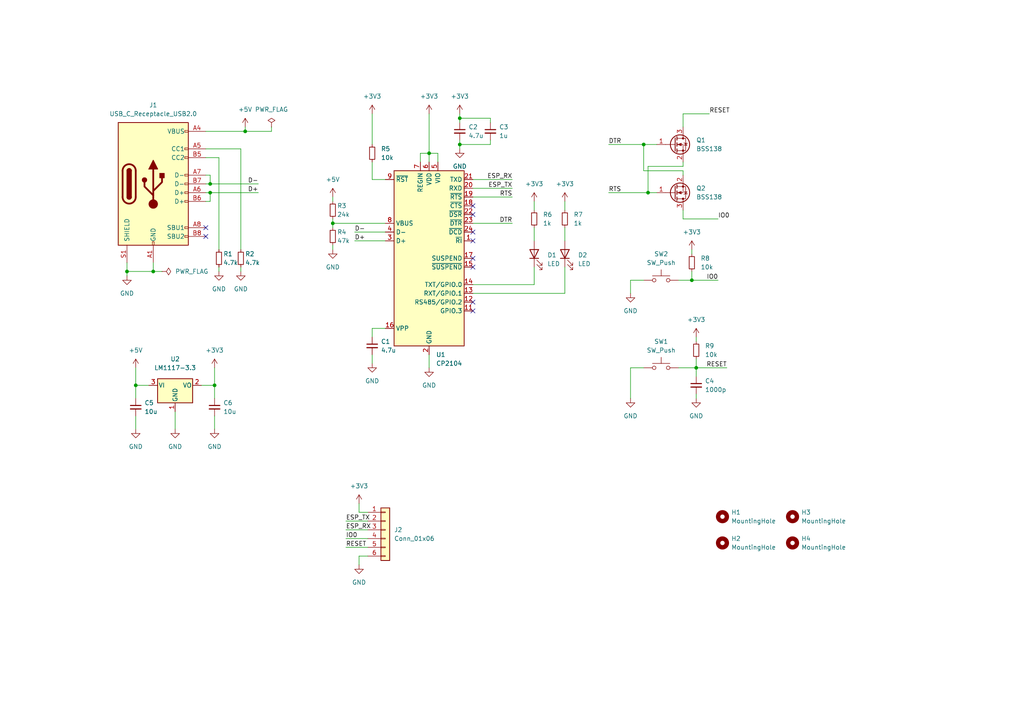
<source format=kicad_sch>
(kicad_sch
	(version 20231120)
	(generator "eeschema")
	(generator_version "8.0")
	(uuid "b5603260-316f-4846-bd96-81d59e5566a6")
	(paper "A4")
	(lib_symbols
		(symbol "Connector:USB_C_Receptacle_USB2.0"
			(pin_names
				(offset 1.016)
			)
			(exclude_from_sim no)
			(in_bom yes)
			(on_board yes)
			(property "Reference" "J"
				(at -10.16 19.05 0)
				(effects
					(font
						(size 1.27 1.27)
					)
					(justify left)
				)
			)
			(property "Value" "USB_C_Receptacle_USB2.0"
				(at 19.05 19.05 0)
				(effects
					(font
						(size 1.27 1.27)
					)
					(justify right)
				)
			)
			(property "Footprint" ""
				(at 3.81 0 0)
				(effects
					(font
						(size 1.27 1.27)
					)
					(hide yes)
				)
			)
			(property "Datasheet" "https://www.usb.org/sites/default/files/documents/usb_type-c.zip"
				(at 3.81 0 0)
				(effects
					(font
						(size 1.27 1.27)
					)
					(hide yes)
				)
			)
			(property "Description" "USB 2.0-only Type-C Receptacle connector"
				(at 0 0 0)
				(effects
					(font
						(size 1.27 1.27)
					)
					(hide yes)
				)
			)
			(property "ki_keywords" "usb universal serial bus type-C USB2.0"
				(at 0 0 0)
				(effects
					(font
						(size 1.27 1.27)
					)
					(hide yes)
				)
			)
			(property "ki_fp_filters" "USB*C*Receptacle*"
				(at 0 0 0)
				(effects
					(font
						(size 1.27 1.27)
					)
					(hide yes)
				)
			)
			(symbol "USB_C_Receptacle_USB2.0_0_0"
				(rectangle
					(start -0.254 -17.78)
					(end 0.254 -16.764)
					(stroke
						(width 0)
						(type default)
					)
					(fill
						(type none)
					)
				)
				(rectangle
					(start 10.16 -14.986)
					(end 9.144 -15.494)
					(stroke
						(width 0)
						(type default)
					)
					(fill
						(type none)
					)
				)
				(rectangle
					(start 10.16 -12.446)
					(end 9.144 -12.954)
					(stroke
						(width 0)
						(type default)
					)
					(fill
						(type none)
					)
				)
				(rectangle
					(start 10.16 -4.826)
					(end 9.144 -5.334)
					(stroke
						(width 0)
						(type default)
					)
					(fill
						(type none)
					)
				)
				(rectangle
					(start 10.16 -2.286)
					(end 9.144 -2.794)
					(stroke
						(width 0)
						(type default)
					)
					(fill
						(type none)
					)
				)
				(rectangle
					(start 10.16 0.254)
					(end 9.144 -0.254)
					(stroke
						(width 0)
						(type default)
					)
					(fill
						(type none)
					)
				)
				(rectangle
					(start 10.16 2.794)
					(end 9.144 2.286)
					(stroke
						(width 0)
						(type default)
					)
					(fill
						(type none)
					)
				)
				(rectangle
					(start 10.16 7.874)
					(end 9.144 7.366)
					(stroke
						(width 0)
						(type default)
					)
					(fill
						(type none)
					)
				)
				(rectangle
					(start 10.16 10.414)
					(end 9.144 9.906)
					(stroke
						(width 0)
						(type default)
					)
					(fill
						(type none)
					)
				)
				(rectangle
					(start 10.16 15.494)
					(end 9.144 14.986)
					(stroke
						(width 0)
						(type default)
					)
					(fill
						(type none)
					)
				)
			)
			(symbol "USB_C_Receptacle_USB2.0_0_1"
				(rectangle
					(start -10.16 17.78)
					(end 10.16 -17.78)
					(stroke
						(width 0.254)
						(type default)
					)
					(fill
						(type background)
					)
				)
				(arc
					(start -8.89 -3.81)
					(mid -6.985 -5.7066)
					(end -5.08 -3.81)
					(stroke
						(width 0.508)
						(type default)
					)
					(fill
						(type none)
					)
				)
				(arc
					(start -7.62 -3.81)
					(mid -6.985 -4.4422)
					(end -6.35 -3.81)
					(stroke
						(width 0.254)
						(type default)
					)
					(fill
						(type none)
					)
				)
				(arc
					(start -7.62 -3.81)
					(mid -6.985 -4.4422)
					(end -6.35 -3.81)
					(stroke
						(width 0.254)
						(type default)
					)
					(fill
						(type outline)
					)
				)
				(rectangle
					(start -7.62 -3.81)
					(end -6.35 3.81)
					(stroke
						(width 0.254)
						(type default)
					)
					(fill
						(type outline)
					)
				)
				(arc
					(start -6.35 3.81)
					(mid -6.985 4.4422)
					(end -7.62 3.81)
					(stroke
						(width 0.254)
						(type default)
					)
					(fill
						(type none)
					)
				)
				(arc
					(start -6.35 3.81)
					(mid -6.985 4.4422)
					(end -7.62 3.81)
					(stroke
						(width 0.254)
						(type default)
					)
					(fill
						(type outline)
					)
				)
				(arc
					(start -5.08 3.81)
					(mid -6.985 5.7066)
					(end -8.89 3.81)
					(stroke
						(width 0.508)
						(type default)
					)
					(fill
						(type none)
					)
				)
				(circle
					(center -2.54 1.143)
					(radius 0.635)
					(stroke
						(width 0.254)
						(type default)
					)
					(fill
						(type outline)
					)
				)
				(circle
					(center 0 -5.842)
					(radius 1.27)
					(stroke
						(width 0)
						(type default)
					)
					(fill
						(type outline)
					)
				)
				(polyline
					(pts
						(xy -8.89 -3.81) (xy -8.89 3.81)
					)
					(stroke
						(width 0.508)
						(type default)
					)
					(fill
						(type none)
					)
				)
				(polyline
					(pts
						(xy -5.08 3.81) (xy -5.08 -3.81)
					)
					(stroke
						(width 0.508)
						(type default)
					)
					(fill
						(type none)
					)
				)
				(polyline
					(pts
						(xy 0 -5.842) (xy 0 4.318)
					)
					(stroke
						(width 0.508)
						(type default)
					)
					(fill
						(type none)
					)
				)
				(polyline
					(pts
						(xy 0 -3.302) (xy -2.54 -0.762) (xy -2.54 0.508)
					)
					(stroke
						(width 0.508)
						(type default)
					)
					(fill
						(type none)
					)
				)
				(polyline
					(pts
						(xy 0 -2.032) (xy 2.54 0.508) (xy 2.54 1.778)
					)
					(stroke
						(width 0.508)
						(type default)
					)
					(fill
						(type none)
					)
				)
				(polyline
					(pts
						(xy -1.27 4.318) (xy 0 6.858) (xy 1.27 4.318) (xy -1.27 4.318)
					)
					(stroke
						(width 0.254)
						(type default)
					)
					(fill
						(type outline)
					)
				)
				(rectangle
					(start 1.905 1.778)
					(end 3.175 3.048)
					(stroke
						(width 0.254)
						(type default)
					)
					(fill
						(type outline)
					)
				)
			)
			(symbol "USB_C_Receptacle_USB2.0_1_1"
				(pin passive line
					(at 0 -22.86 90)
					(length 5.08)
					(name "GND"
						(effects
							(font
								(size 1.27 1.27)
							)
						)
					)
					(number "A1"
						(effects
							(font
								(size 1.27 1.27)
							)
						)
					)
				)
				(pin passive line
					(at 0 -22.86 90)
					(length 5.08) hide
					(name "GND"
						(effects
							(font
								(size 1.27 1.27)
							)
						)
					)
					(number "A12"
						(effects
							(font
								(size 1.27 1.27)
							)
						)
					)
				)
				(pin passive line
					(at 15.24 15.24 180)
					(length 5.08)
					(name "VBUS"
						(effects
							(font
								(size 1.27 1.27)
							)
						)
					)
					(number "A4"
						(effects
							(font
								(size 1.27 1.27)
							)
						)
					)
				)
				(pin bidirectional line
					(at 15.24 10.16 180)
					(length 5.08)
					(name "CC1"
						(effects
							(font
								(size 1.27 1.27)
							)
						)
					)
					(number "A5"
						(effects
							(font
								(size 1.27 1.27)
							)
						)
					)
				)
				(pin bidirectional line
					(at 15.24 -2.54 180)
					(length 5.08)
					(name "D+"
						(effects
							(font
								(size 1.27 1.27)
							)
						)
					)
					(number "A6"
						(effects
							(font
								(size 1.27 1.27)
							)
						)
					)
				)
				(pin bidirectional line
					(at 15.24 2.54 180)
					(length 5.08)
					(name "D-"
						(effects
							(font
								(size 1.27 1.27)
							)
						)
					)
					(number "A7"
						(effects
							(font
								(size 1.27 1.27)
							)
						)
					)
				)
				(pin bidirectional line
					(at 15.24 -12.7 180)
					(length 5.08)
					(name "SBU1"
						(effects
							(font
								(size 1.27 1.27)
							)
						)
					)
					(number "A8"
						(effects
							(font
								(size 1.27 1.27)
							)
						)
					)
				)
				(pin passive line
					(at 15.24 15.24 180)
					(length 5.08) hide
					(name "VBUS"
						(effects
							(font
								(size 1.27 1.27)
							)
						)
					)
					(number "A9"
						(effects
							(font
								(size 1.27 1.27)
							)
						)
					)
				)
				(pin passive line
					(at 0 -22.86 90)
					(length 5.08) hide
					(name "GND"
						(effects
							(font
								(size 1.27 1.27)
							)
						)
					)
					(number "B1"
						(effects
							(font
								(size 1.27 1.27)
							)
						)
					)
				)
				(pin passive line
					(at 0 -22.86 90)
					(length 5.08) hide
					(name "GND"
						(effects
							(font
								(size 1.27 1.27)
							)
						)
					)
					(number "B12"
						(effects
							(font
								(size 1.27 1.27)
							)
						)
					)
				)
				(pin passive line
					(at 15.24 15.24 180)
					(length 5.08) hide
					(name "VBUS"
						(effects
							(font
								(size 1.27 1.27)
							)
						)
					)
					(number "B4"
						(effects
							(font
								(size 1.27 1.27)
							)
						)
					)
				)
				(pin bidirectional line
					(at 15.24 7.62 180)
					(length 5.08)
					(name "CC2"
						(effects
							(font
								(size 1.27 1.27)
							)
						)
					)
					(number "B5"
						(effects
							(font
								(size 1.27 1.27)
							)
						)
					)
				)
				(pin bidirectional line
					(at 15.24 -5.08 180)
					(length 5.08)
					(name "D+"
						(effects
							(font
								(size 1.27 1.27)
							)
						)
					)
					(number "B6"
						(effects
							(font
								(size 1.27 1.27)
							)
						)
					)
				)
				(pin bidirectional line
					(at 15.24 0 180)
					(length 5.08)
					(name "D-"
						(effects
							(font
								(size 1.27 1.27)
							)
						)
					)
					(number "B7"
						(effects
							(font
								(size 1.27 1.27)
							)
						)
					)
				)
				(pin bidirectional line
					(at 15.24 -15.24 180)
					(length 5.08)
					(name "SBU2"
						(effects
							(font
								(size 1.27 1.27)
							)
						)
					)
					(number "B8"
						(effects
							(font
								(size 1.27 1.27)
							)
						)
					)
				)
				(pin passive line
					(at 15.24 15.24 180)
					(length 5.08) hide
					(name "VBUS"
						(effects
							(font
								(size 1.27 1.27)
							)
						)
					)
					(number "B9"
						(effects
							(font
								(size 1.27 1.27)
							)
						)
					)
				)
				(pin passive line
					(at -7.62 -22.86 90)
					(length 5.08)
					(name "SHIELD"
						(effects
							(font
								(size 1.27 1.27)
							)
						)
					)
					(number "S1"
						(effects
							(font
								(size 1.27 1.27)
							)
						)
					)
				)
			)
		)
		(symbol "Connector_Generic:Conn_01x06"
			(pin_names
				(offset 1.016) hide)
			(exclude_from_sim no)
			(in_bom yes)
			(on_board yes)
			(property "Reference" "J"
				(at 0 7.62 0)
				(effects
					(font
						(size 1.27 1.27)
					)
				)
			)
			(property "Value" "Conn_01x06"
				(at 0 -10.16 0)
				(effects
					(font
						(size 1.27 1.27)
					)
				)
			)
			(property "Footprint" ""
				(at 0 0 0)
				(effects
					(font
						(size 1.27 1.27)
					)
					(hide yes)
				)
			)
			(property "Datasheet" "~"
				(at 0 0 0)
				(effects
					(font
						(size 1.27 1.27)
					)
					(hide yes)
				)
			)
			(property "Description" "Generic connector, single row, 01x06, script generated (kicad-library-utils/schlib/autogen/connector/)"
				(at 0 0 0)
				(effects
					(font
						(size 1.27 1.27)
					)
					(hide yes)
				)
			)
			(property "ki_keywords" "connector"
				(at 0 0 0)
				(effects
					(font
						(size 1.27 1.27)
					)
					(hide yes)
				)
			)
			(property "ki_fp_filters" "Connector*:*_1x??_*"
				(at 0 0 0)
				(effects
					(font
						(size 1.27 1.27)
					)
					(hide yes)
				)
			)
			(symbol "Conn_01x06_1_1"
				(rectangle
					(start -1.27 -7.493)
					(end 0 -7.747)
					(stroke
						(width 0.1524)
						(type default)
					)
					(fill
						(type none)
					)
				)
				(rectangle
					(start -1.27 -4.953)
					(end 0 -5.207)
					(stroke
						(width 0.1524)
						(type default)
					)
					(fill
						(type none)
					)
				)
				(rectangle
					(start -1.27 -2.413)
					(end 0 -2.667)
					(stroke
						(width 0.1524)
						(type default)
					)
					(fill
						(type none)
					)
				)
				(rectangle
					(start -1.27 0.127)
					(end 0 -0.127)
					(stroke
						(width 0.1524)
						(type default)
					)
					(fill
						(type none)
					)
				)
				(rectangle
					(start -1.27 2.667)
					(end 0 2.413)
					(stroke
						(width 0.1524)
						(type default)
					)
					(fill
						(type none)
					)
				)
				(rectangle
					(start -1.27 5.207)
					(end 0 4.953)
					(stroke
						(width 0.1524)
						(type default)
					)
					(fill
						(type none)
					)
				)
				(rectangle
					(start -1.27 6.35)
					(end 1.27 -8.89)
					(stroke
						(width 0.254)
						(type default)
					)
					(fill
						(type background)
					)
				)
				(pin passive line
					(at -5.08 5.08 0)
					(length 3.81)
					(name "Pin_1"
						(effects
							(font
								(size 1.27 1.27)
							)
						)
					)
					(number "1"
						(effects
							(font
								(size 1.27 1.27)
							)
						)
					)
				)
				(pin passive line
					(at -5.08 2.54 0)
					(length 3.81)
					(name "Pin_2"
						(effects
							(font
								(size 1.27 1.27)
							)
						)
					)
					(number "2"
						(effects
							(font
								(size 1.27 1.27)
							)
						)
					)
				)
				(pin passive line
					(at -5.08 0 0)
					(length 3.81)
					(name "Pin_3"
						(effects
							(font
								(size 1.27 1.27)
							)
						)
					)
					(number "3"
						(effects
							(font
								(size 1.27 1.27)
							)
						)
					)
				)
				(pin passive line
					(at -5.08 -2.54 0)
					(length 3.81)
					(name "Pin_4"
						(effects
							(font
								(size 1.27 1.27)
							)
						)
					)
					(number "4"
						(effects
							(font
								(size 1.27 1.27)
							)
						)
					)
				)
				(pin passive line
					(at -5.08 -5.08 0)
					(length 3.81)
					(name "Pin_5"
						(effects
							(font
								(size 1.27 1.27)
							)
						)
					)
					(number "5"
						(effects
							(font
								(size 1.27 1.27)
							)
						)
					)
				)
				(pin passive line
					(at -5.08 -7.62 0)
					(length 3.81)
					(name "Pin_6"
						(effects
							(font
								(size 1.27 1.27)
							)
						)
					)
					(number "6"
						(effects
							(font
								(size 1.27 1.27)
							)
						)
					)
				)
			)
		)
		(symbol "Device:C_Small"
			(pin_numbers hide)
			(pin_names
				(offset 0.254) hide)
			(exclude_from_sim no)
			(in_bom yes)
			(on_board yes)
			(property "Reference" "C"
				(at 0.254 1.778 0)
				(effects
					(font
						(size 1.27 1.27)
					)
					(justify left)
				)
			)
			(property "Value" "C_Small"
				(at 0.254 -2.032 0)
				(effects
					(font
						(size 1.27 1.27)
					)
					(justify left)
				)
			)
			(property "Footprint" ""
				(at 0 0 0)
				(effects
					(font
						(size 1.27 1.27)
					)
					(hide yes)
				)
			)
			(property "Datasheet" "~"
				(at 0 0 0)
				(effects
					(font
						(size 1.27 1.27)
					)
					(hide yes)
				)
			)
			(property "Description" "Unpolarized capacitor, small symbol"
				(at 0 0 0)
				(effects
					(font
						(size 1.27 1.27)
					)
					(hide yes)
				)
			)
			(property "ki_keywords" "capacitor cap"
				(at 0 0 0)
				(effects
					(font
						(size 1.27 1.27)
					)
					(hide yes)
				)
			)
			(property "ki_fp_filters" "C_*"
				(at 0 0 0)
				(effects
					(font
						(size 1.27 1.27)
					)
					(hide yes)
				)
			)
			(symbol "C_Small_0_1"
				(polyline
					(pts
						(xy -1.524 -0.508) (xy 1.524 -0.508)
					)
					(stroke
						(width 0.3302)
						(type default)
					)
					(fill
						(type none)
					)
				)
				(polyline
					(pts
						(xy -1.524 0.508) (xy 1.524 0.508)
					)
					(stroke
						(width 0.3048)
						(type default)
					)
					(fill
						(type none)
					)
				)
			)
			(symbol "C_Small_1_1"
				(pin passive line
					(at 0 2.54 270)
					(length 2.032)
					(name "~"
						(effects
							(font
								(size 1.27 1.27)
							)
						)
					)
					(number "1"
						(effects
							(font
								(size 1.27 1.27)
							)
						)
					)
				)
				(pin passive line
					(at 0 -2.54 90)
					(length 2.032)
					(name "~"
						(effects
							(font
								(size 1.27 1.27)
							)
						)
					)
					(number "2"
						(effects
							(font
								(size 1.27 1.27)
							)
						)
					)
				)
			)
		)
		(symbol "Device:LED"
			(pin_numbers hide)
			(pin_names
				(offset 1.016) hide)
			(exclude_from_sim no)
			(in_bom yes)
			(on_board yes)
			(property "Reference" "D"
				(at 0 2.54 0)
				(effects
					(font
						(size 1.27 1.27)
					)
				)
			)
			(property "Value" "LED"
				(at 0 -2.54 0)
				(effects
					(font
						(size 1.27 1.27)
					)
				)
			)
			(property "Footprint" ""
				(at 0 0 0)
				(effects
					(font
						(size 1.27 1.27)
					)
					(hide yes)
				)
			)
			(property "Datasheet" "~"
				(at 0 0 0)
				(effects
					(font
						(size 1.27 1.27)
					)
					(hide yes)
				)
			)
			(property "Description" "Light emitting diode"
				(at 0 0 0)
				(effects
					(font
						(size 1.27 1.27)
					)
					(hide yes)
				)
			)
			(property "ki_keywords" "LED diode"
				(at 0 0 0)
				(effects
					(font
						(size 1.27 1.27)
					)
					(hide yes)
				)
			)
			(property "ki_fp_filters" "LED* LED_SMD:* LED_THT:*"
				(at 0 0 0)
				(effects
					(font
						(size 1.27 1.27)
					)
					(hide yes)
				)
			)
			(symbol "LED_0_1"
				(polyline
					(pts
						(xy -1.27 -1.27) (xy -1.27 1.27)
					)
					(stroke
						(width 0.254)
						(type default)
					)
					(fill
						(type none)
					)
				)
				(polyline
					(pts
						(xy -1.27 0) (xy 1.27 0)
					)
					(stroke
						(width 0)
						(type default)
					)
					(fill
						(type none)
					)
				)
				(polyline
					(pts
						(xy 1.27 -1.27) (xy 1.27 1.27) (xy -1.27 0) (xy 1.27 -1.27)
					)
					(stroke
						(width 0.254)
						(type default)
					)
					(fill
						(type none)
					)
				)
				(polyline
					(pts
						(xy -3.048 -0.762) (xy -4.572 -2.286) (xy -3.81 -2.286) (xy -4.572 -2.286) (xy -4.572 -1.524)
					)
					(stroke
						(width 0)
						(type default)
					)
					(fill
						(type none)
					)
				)
				(polyline
					(pts
						(xy -1.778 -0.762) (xy -3.302 -2.286) (xy -2.54 -2.286) (xy -3.302 -2.286) (xy -3.302 -1.524)
					)
					(stroke
						(width 0)
						(type default)
					)
					(fill
						(type none)
					)
				)
			)
			(symbol "LED_1_1"
				(pin passive line
					(at -3.81 0 0)
					(length 2.54)
					(name "K"
						(effects
							(font
								(size 1.27 1.27)
							)
						)
					)
					(number "1"
						(effects
							(font
								(size 1.27 1.27)
							)
						)
					)
				)
				(pin passive line
					(at 3.81 0 180)
					(length 2.54)
					(name "A"
						(effects
							(font
								(size 1.27 1.27)
							)
						)
					)
					(number "2"
						(effects
							(font
								(size 1.27 1.27)
							)
						)
					)
				)
			)
		)
		(symbol "Device:R_Small"
			(pin_numbers hide)
			(pin_names
				(offset 0.254) hide)
			(exclude_from_sim no)
			(in_bom yes)
			(on_board yes)
			(property "Reference" "R"
				(at 0.762 0.508 0)
				(effects
					(font
						(size 1.27 1.27)
					)
					(justify left)
				)
			)
			(property "Value" "R_Small"
				(at 0.762 -1.016 0)
				(effects
					(font
						(size 1.27 1.27)
					)
					(justify left)
				)
			)
			(property "Footprint" ""
				(at 0 0 0)
				(effects
					(font
						(size 1.27 1.27)
					)
					(hide yes)
				)
			)
			(property "Datasheet" "~"
				(at 0 0 0)
				(effects
					(font
						(size 1.27 1.27)
					)
					(hide yes)
				)
			)
			(property "Description" "Resistor, small symbol"
				(at 0 0 0)
				(effects
					(font
						(size 1.27 1.27)
					)
					(hide yes)
				)
			)
			(property "ki_keywords" "R resistor"
				(at 0 0 0)
				(effects
					(font
						(size 1.27 1.27)
					)
					(hide yes)
				)
			)
			(property "ki_fp_filters" "R_*"
				(at 0 0 0)
				(effects
					(font
						(size 1.27 1.27)
					)
					(hide yes)
				)
			)
			(symbol "R_Small_0_1"
				(rectangle
					(start -0.762 1.778)
					(end 0.762 -1.778)
					(stroke
						(width 0.2032)
						(type default)
					)
					(fill
						(type none)
					)
				)
			)
			(symbol "R_Small_1_1"
				(pin passive line
					(at 0 2.54 270)
					(length 0.762)
					(name "~"
						(effects
							(font
								(size 1.27 1.27)
							)
						)
					)
					(number "1"
						(effects
							(font
								(size 1.27 1.27)
							)
						)
					)
				)
				(pin passive line
					(at 0 -2.54 90)
					(length 0.762)
					(name "~"
						(effects
							(font
								(size 1.27 1.27)
							)
						)
					)
					(number "2"
						(effects
							(font
								(size 1.27 1.27)
							)
						)
					)
				)
			)
		)
		(symbol "Interface_USB:CP2104"
			(exclude_from_sim no)
			(in_bom yes)
			(on_board yes)
			(property "Reference" "U"
				(at -5.08 28.575 0)
				(effects
					(font
						(size 1.27 1.27)
					)
					(justify right)
				)
			)
			(property "Value" "CP2104"
				(at -5.08 26.67 0)
				(effects
					(font
						(size 1.27 1.27)
					)
					(justify right)
				)
			)
			(property "Footprint" "Package_DFN_QFN:QFN-24-1EP_4x4mm_P0.5mm_EP2.6x2.6mm"
				(at 29.21 -52.07 0)
				(effects
					(font
						(size 1.27 1.27)
					)
					(justify left)
					(hide yes)
				)
			)
			(property "Datasheet" "https://www.silabs.com/documents/public/data-sheets/cp2104.pdf"
				(at 105.41 10.16 0)
				(effects
					(font
						(size 1.27 1.27)
					)
					(hide yes)
				)
			)
			(property "Description" "Single-Chip USB-to-UART Bridge, USB 2.0 Full-Speed, 2Mbps UART, QFN-24"
				(at 0 0 0)
				(effects
					(font
						(size 1.27 1.27)
					)
					(hide yes)
				)
			)
			(property "ki_keywords" "uart usb bridge interface transceiver"
				(at 0 0 0)
				(effects
					(font
						(size 1.27 1.27)
					)
					(hide yes)
				)
			)
			(property "ki_fp_filters" "QFN*4x4mm*P0.5mm*"
				(at 0 0 0)
				(effects
					(font
						(size 1.27 1.27)
					)
					(hide yes)
				)
			)
			(symbol "CP2104_1_1"
				(rectangle
					(start -10.16 25.4)
					(end 10.16 -25.4)
					(stroke
						(width 0.254)
						(type default)
					)
					(fill
						(type background)
					)
				)
				(pin input line
					(at 12.7 5.08 180)
					(length 2.54)
					(name "~{RI}"
						(effects
							(font
								(size 1.27 1.27)
							)
						)
					)
					(number "1"
						(effects
							(font
								(size 1.27 1.27)
							)
						)
					)
				)
				(pin no_connect line
					(at 10.16 -20.32 180)
					(length 2.54) hide
					(name "NC"
						(effects
							(font
								(size 1.27 1.27)
							)
						)
					)
					(number "10"
						(effects
							(font
								(size 1.27 1.27)
							)
						)
					)
				)
				(pin bidirectional line
					(at 12.7 -15.24 180)
					(length 2.54)
					(name "GPIO.3"
						(effects
							(font
								(size 1.27 1.27)
							)
						)
					)
					(number "11"
						(effects
							(font
								(size 1.27 1.27)
							)
						)
					)
				)
				(pin bidirectional line
					(at 12.7 -12.7 180)
					(length 2.54)
					(name "RS485/GPIO.2"
						(effects
							(font
								(size 1.27 1.27)
							)
						)
					)
					(number "12"
						(effects
							(font
								(size 1.27 1.27)
							)
						)
					)
				)
				(pin bidirectional line
					(at 12.7 -10.16 180)
					(length 2.54)
					(name "RXT/GPIO.1"
						(effects
							(font
								(size 1.27 1.27)
							)
						)
					)
					(number "13"
						(effects
							(font
								(size 1.27 1.27)
							)
						)
					)
				)
				(pin bidirectional line
					(at 12.7 -7.62 180)
					(length 2.54)
					(name "TXT/GPIO.0"
						(effects
							(font
								(size 1.27 1.27)
							)
						)
					)
					(number "14"
						(effects
							(font
								(size 1.27 1.27)
							)
						)
					)
				)
				(pin output line
					(at 12.7 -2.54 180)
					(length 2.54)
					(name "~{SUSPEND}"
						(effects
							(font
								(size 1.27 1.27)
							)
						)
					)
					(number "15"
						(effects
							(font
								(size 1.27 1.27)
							)
						)
					)
				)
				(pin passive line
					(at -12.7 -20.32 0)
					(length 2.54)
					(name "VPP"
						(effects
							(font
								(size 1.27 1.27)
							)
						)
					)
					(number "16"
						(effects
							(font
								(size 1.27 1.27)
							)
						)
					)
				)
				(pin output line
					(at 12.7 0 180)
					(length 2.54)
					(name "SUSPEND"
						(effects
							(font
								(size 1.27 1.27)
							)
						)
					)
					(number "17"
						(effects
							(font
								(size 1.27 1.27)
							)
						)
					)
				)
				(pin input line
					(at 12.7 15.24 180)
					(length 2.54)
					(name "~{CTS}"
						(effects
							(font
								(size 1.27 1.27)
							)
						)
					)
					(number "18"
						(effects
							(font
								(size 1.27 1.27)
							)
						)
					)
				)
				(pin output line
					(at 12.7 17.78 180)
					(length 2.54)
					(name "~{RTS}"
						(effects
							(font
								(size 1.27 1.27)
							)
						)
					)
					(number "19"
						(effects
							(font
								(size 1.27 1.27)
							)
						)
					)
				)
				(pin power_in line
					(at 0 -27.94 90)
					(length 2.54)
					(name "GND"
						(effects
							(font
								(size 1.27 1.27)
							)
						)
					)
					(number "2"
						(effects
							(font
								(size 1.27 1.27)
							)
						)
					)
				)
				(pin input line
					(at 12.7 20.32 180)
					(length 2.54)
					(name "RXD"
						(effects
							(font
								(size 1.27 1.27)
							)
						)
					)
					(number "20"
						(effects
							(font
								(size 1.27 1.27)
							)
						)
					)
				)
				(pin output line
					(at 12.7 22.86 180)
					(length 2.54)
					(name "TXD"
						(effects
							(font
								(size 1.27 1.27)
							)
						)
					)
					(number "21"
						(effects
							(font
								(size 1.27 1.27)
							)
						)
					)
				)
				(pin input line
					(at 12.7 12.7 180)
					(length 2.54)
					(name "~{DSR}"
						(effects
							(font
								(size 1.27 1.27)
							)
						)
					)
					(number "22"
						(effects
							(font
								(size 1.27 1.27)
							)
						)
					)
				)
				(pin output line
					(at 12.7 10.16 180)
					(length 2.54)
					(name "~{DTR}"
						(effects
							(font
								(size 1.27 1.27)
							)
						)
					)
					(number "23"
						(effects
							(font
								(size 1.27 1.27)
							)
						)
					)
				)
				(pin input line
					(at 12.7 7.62 180)
					(length 2.54)
					(name "~{DCD}"
						(effects
							(font
								(size 1.27 1.27)
							)
						)
					)
					(number "24"
						(effects
							(font
								(size 1.27 1.27)
							)
						)
					)
				)
				(pin passive line
					(at 0 -27.94 90)
					(length 2.54) hide
					(name "GND"
						(effects
							(font
								(size 1.27 1.27)
							)
						)
					)
					(number "25"
						(effects
							(font
								(size 1.27 1.27)
							)
						)
					)
				)
				(pin bidirectional line
					(at -12.7 5.08 0)
					(length 2.54)
					(name "D+"
						(effects
							(font
								(size 1.27 1.27)
							)
						)
					)
					(number "3"
						(effects
							(font
								(size 1.27 1.27)
							)
						)
					)
				)
				(pin bidirectional line
					(at -12.7 7.62 0)
					(length 2.54)
					(name "D-"
						(effects
							(font
								(size 1.27 1.27)
							)
						)
					)
					(number "4"
						(effects
							(font
								(size 1.27 1.27)
							)
						)
					)
				)
				(pin power_in line
					(at 2.54 27.94 270)
					(length 2.54)
					(name "VIO"
						(effects
							(font
								(size 1.27 1.27)
							)
						)
					)
					(number "5"
						(effects
							(font
								(size 1.27 1.27)
							)
						)
					)
				)
				(pin power_in line
					(at 0 27.94 270)
					(length 2.54)
					(name "VDD"
						(effects
							(font
								(size 1.27 1.27)
							)
						)
					)
					(number "6"
						(effects
							(font
								(size 1.27 1.27)
							)
						)
					)
				)
				(pin power_in line
					(at -2.54 27.94 270)
					(length 2.54)
					(name "REGIN"
						(effects
							(font
								(size 1.27 1.27)
							)
						)
					)
					(number "7"
						(effects
							(font
								(size 1.27 1.27)
							)
						)
					)
				)
				(pin input line
					(at -12.7 10.16 0)
					(length 2.54)
					(name "VBUS"
						(effects
							(font
								(size 1.27 1.27)
							)
						)
					)
					(number "8"
						(effects
							(font
								(size 1.27 1.27)
							)
						)
					)
				)
				(pin bidirectional line
					(at -12.7 22.86 0)
					(length 2.54)
					(name "~{RST}"
						(effects
							(font
								(size 1.27 1.27)
							)
						)
					)
					(number "9"
						(effects
							(font
								(size 1.27 1.27)
							)
						)
					)
				)
			)
		)
		(symbol "Mechanical:MountingHole"
			(pin_names
				(offset 1.016)
			)
			(exclude_from_sim yes)
			(in_bom no)
			(on_board yes)
			(property "Reference" "H"
				(at 0 5.08 0)
				(effects
					(font
						(size 1.27 1.27)
					)
				)
			)
			(property "Value" "MountingHole"
				(at 0 3.175 0)
				(effects
					(font
						(size 1.27 1.27)
					)
				)
			)
			(property "Footprint" ""
				(at 0 0 0)
				(effects
					(font
						(size 1.27 1.27)
					)
					(hide yes)
				)
			)
			(property "Datasheet" "~"
				(at 0 0 0)
				(effects
					(font
						(size 1.27 1.27)
					)
					(hide yes)
				)
			)
			(property "Description" "Mounting Hole without connection"
				(at 0 0 0)
				(effects
					(font
						(size 1.27 1.27)
					)
					(hide yes)
				)
			)
			(property "ki_keywords" "mounting hole"
				(at 0 0 0)
				(effects
					(font
						(size 1.27 1.27)
					)
					(hide yes)
				)
			)
			(property "ki_fp_filters" "MountingHole*"
				(at 0 0 0)
				(effects
					(font
						(size 1.27 1.27)
					)
					(hide yes)
				)
			)
			(symbol "MountingHole_0_1"
				(circle
					(center 0 0)
					(radius 1.27)
					(stroke
						(width 1.27)
						(type default)
					)
					(fill
						(type none)
					)
				)
			)
		)
		(symbol "Regulator_Linear:LM1117-3.3"
			(pin_names
				(offset 0.254)
			)
			(exclude_from_sim no)
			(in_bom yes)
			(on_board yes)
			(property "Reference" "U"
				(at -3.81 3.175 0)
				(effects
					(font
						(size 1.27 1.27)
					)
				)
			)
			(property "Value" "LM1117-3.3"
				(at 0 3.175 0)
				(effects
					(font
						(size 1.27 1.27)
					)
					(justify left)
				)
			)
			(property "Footprint" ""
				(at 0 0 0)
				(effects
					(font
						(size 1.27 1.27)
					)
					(hide yes)
				)
			)
			(property "Datasheet" "http://www.ti.com/lit/ds/symlink/lm1117.pdf"
				(at 0 0 0)
				(effects
					(font
						(size 1.27 1.27)
					)
					(hide yes)
				)
			)
			(property "Description" "800mA Low-Dropout Linear Regulator, 3.3V fixed output, TO-220/TO-252/TO-263/SOT-223"
				(at 0 0 0)
				(effects
					(font
						(size 1.27 1.27)
					)
					(hide yes)
				)
			)
			(property "ki_keywords" "linear regulator ldo fixed positive"
				(at 0 0 0)
				(effects
					(font
						(size 1.27 1.27)
					)
					(hide yes)
				)
			)
			(property "ki_fp_filters" "SOT?223* TO?263* TO?252* TO?220*"
				(at 0 0 0)
				(effects
					(font
						(size 1.27 1.27)
					)
					(hide yes)
				)
			)
			(symbol "LM1117-3.3_0_1"
				(rectangle
					(start -5.08 -5.08)
					(end 5.08 1.905)
					(stroke
						(width 0.254)
						(type default)
					)
					(fill
						(type background)
					)
				)
			)
			(symbol "LM1117-3.3_1_1"
				(pin power_in line
					(at 0 -7.62 90)
					(length 2.54)
					(name "GND"
						(effects
							(font
								(size 1.27 1.27)
							)
						)
					)
					(number "1"
						(effects
							(font
								(size 1.27 1.27)
							)
						)
					)
				)
				(pin power_out line
					(at 7.62 0 180)
					(length 2.54)
					(name "VO"
						(effects
							(font
								(size 1.27 1.27)
							)
						)
					)
					(number "2"
						(effects
							(font
								(size 1.27 1.27)
							)
						)
					)
				)
				(pin power_in line
					(at -7.62 0 0)
					(length 2.54)
					(name "VI"
						(effects
							(font
								(size 1.27 1.27)
							)
						)
					)
					(number "3"
						(effects
							(font
								(size 1.27 1.27)
							)
						)
					)
				)
			)
		)
		(symbol "Switch:SW_Push"
			(pin_numbers hide)
			(pin_names
				(offset 1.016) hide)
			(exclude_from_sim no)
			(in_bom yes)
			(on_board yes)
			(property "Reference" "SW"
				(at 1.27 2.54 0)
				(effects
					(font
						(size 1.27 1.27)
					)
					(justify left)
				)
			)
			(property "Value" "SW_Push"
				(at 0 -1.524 0)
				(effects
					(font
						(size 1.27 1.27)
					)
				)
			)
			(property "Footprint" ""
				(at 0 5.08 0)
				(effects
					(font
						(size 1.27 1.27)
					)
					(hide yes)
				)
			)
			(property "Datasheet" "~"
				(at 0 5.08 0)
				(effects
					(font
						(size 1.27 1.27)
					)
					(hide yes)
				)
			)
			(property "Description" "Push button switch, generic, two pins"
				(at 0 0 0)
				(effects
					(font
						(size 1.27 1.27)
					)
					(hide yes)
				)
			)
			(property "ki_keywords" "switch normally-open pushbutton push-button"
				(at 0 0 0)
				(effects
					(font
						(size 1.27 1.27)
					)
					(hide yes)
				)
			)
			(symbol "SW_Push_0_1"
				(circle
					(center -2.032 0)
					(radius 0.508)
					(stroke
						(width 0)
						(type default)
					)
					(fill
						(type none)
					)
				)
				(polyline
					(pts
						(xy 0 1.27) (xy 0 3.048)
					)
					(stroke
						(width 0)
						(type default)
					)
					(fill
						(type none)
					)
				)
				(polyline
					(pts
						(xy 2.54 1.27) (xy -2.54 1.27)
					)
					(stroke
						(width 0)
						(type default)
					)
					(fill
						(type none)
					)
				)
				(circle
					(center 2.032 0)
					(radius 0.508)
					(stroke
						(width 0)
						(type default)
					)
					(fill
						(type none)
					)
				)
				(pin passive line
					(at -5.08 0 0)
					(length 2.54)
					(name "1"
						(effects
							(font
								(size 1.27 1.27)
							)
						)
					)
					(number "1"
						(effects
							(font
								(size 1.27 1.27)
							)
						)
					)
				)
				(pin passive line
					(at 5.08 0 180)
					(length 2.54)
					(name "2"
						(effects
							(font
								(size 1.27 1.27)
							)
						)
					)
					(number "2"
						(effects
							(font
								(size 1.27 1.27)
							)
						)
					)
				)
			)
		)
		(symbol "Transistor_FET:BSS138"
			(pin_names hide)
			(exclude_from_sim no)
			(in_bom yes)
			(on_board yes)
			(property "Reference" "Q"
				(at 5.08 1.905 0)
				(effects
					(font
						(size 1.27 1.27)
					)
					(justify left)
				)
			)
			(property "Value" "BSS138"
				(at 5.08 0 0)
				(effects
					(font
						(size 1.27 1.27)
					)
					(justify left)
				)
			)
			(property "Footprint" "Package_TO_SOT_SMD:SOT-23"
				(at 5.08 -1.905 0)
				(effects
					(font
						(size 1.27 1.27)
						(italic yes)
					)
					(justify left)
					(hide yes)
				)
			)
			(property "Datasheet" "https://www.onsemi.com/pub/Collateral/BSS138-D.PDF"
				(at 0 0 0)
				(effects
					(font
						(size 1.27 1.27)
					)
					(justify left)
					(hide yes)
				)
			)
			(property "Description" "50V Vds, 0.22A Id, N-Channel MOSFET, SOT-23"
				(at 0 0 0)
				(effects
					(font
						(size 1.27 1.27)
					)
					(hide yes)
				)
			)
			(property "ki_keywords" "N-Channel MOSFET"
				(at 0 0 0)
				(effects
					(font
						(size 1.27 1.27)
					)
					(hide yes)
				)
			)
			(property "ki_fp_filters" "SOT?23*"
				(at 0 0 0)
				(effects
					(font
						(size 1.27 1.27)
					)
					(hide yes)
				)
			)
			(symbol "BSS138_0_1"
				(polyline
					(pts
						(xy 0.254 0) (xy -2.54 0)
					)
					(stroke
						(width 0)
						(type default)
					)
					(fill
						(type none)
					)
				)
				(polyline
					(pts
						(xy 0.254 1.905) (xy 0.254 -1.905)
					)
					(stroke
						(width 0.254)
						(type default)
					)
					(fill
						(type none)
					)
				)
				(polyline
					(pts
						(xy 0.762 -1.27) (xy 0.762 -2.286)
					)
					(stroke
						(width 0.254)
						(type default)
					)
					(fill
						(type none)
					)
				)
				(polyline
					(pts
						(xy 0.762 0.508) (xy 0.762 -0.508)
					)
					(stroke
						(width 0.254)
						(type default)
					)
					(fill
						(type none)
					)
				)
				(polyline
					(pts
						(xy 0.762 2.286) (xy 0.762 1.27)
					)
					(stroke
						(width 0.254)
						(type default)
					)
					(fill
						(type none)
					)
				)
				(polyline
					(pts
						(xy 2.54 2.54) (xy 2.54 1.778)
					)
					(stroke
						(width 0)
						(type default)
					)
					(fill
						(type none)
					)
				)
				(polyline
					(pts
						(xy 2.54 -2.54) (xy 2.54 0) (xy 0.762 0)
					)
					(stroke
						(width 0)
						(type default)
					)
					(fill
						(type none)
					)
				)
				(polyline
					(pts
						(xy 0.762 -1.778) (xy 3.302 -1.778) (xy 3.302 1.778) (xy 0.762 1.778)
					)
					(stroke
						(width 0)
						(type default)
					)
					(fill
						(type none)
					)
				)
				(polyline
					(pts
						(xy 1.016 0) (xy 2.032 0.381) (xy 2.032 -0.381) (xy 1.016 0)
					)
					(stroke
						(width 0)
						(type default)
					)
					(fill
						(type outline)
					)
				)
				(polyline
					(pts
						(xy 2.794 0.508) (xy 2.921 0.381) (xy 3.683 0.381) (xy 3.81 0.254)
					)
					(stroke
						(width 0)
						(type default)
					)
					(fill
						(type none)
					)
				)
				(polyline
					(pts
						(xy 3.302 0.381) (xy 2.921 -0.254) (xy 3.683 -0.254) (xy 3.302 0.381)
					)
					(stroke
						(width 0)
						(type default)
					)
					(fill
						(type none)
					)
				)
				(circle
					(center 1.651 0)
					(radius 2.794)
					(stroke
						(width 0.254)
						(type default)
					)
					(fill
						(type none)
					)
				)
				(circle
					(center 2.54 -1.778)
					(radius 0.254)
					(stroke
						(width 0)
						(type default)
					)
					(fill
						(type outline)
					)
				)
				(circle
					(center 2.54 1.778)
					(radius 0.254)
					(stroke
						(width 0)
						(type default)
					)
					(fill
						(type outline)
					)
				)
			)
			(symbol "BSS138_1_1"
				(pin input line
					(at -5.08 0 0)
					(length 2.54)
					(name "G"
						(effects
							(font
								(size 1.27 1.27)
							)
						)
					)
					(number "1"
						(effects
							(font
								(size 1.27 1.27)
							)
						)
					)
				)
				(pin passive line
					(at 2.54 -5.08 90)
					(length 2.54)
					(name "S"
						(effects
							(font
								(size 1.27 1.27)
							)
						)
					)
					(number "2"
						(effects
							(font
								(size 1.27 1.27)
							)
						)
					)
				)
				(pin passive line
					(at 2.54 5.08 270)
					(length 2.54)
					(name "D"
						(effects
							(font
								(size 1.27 1.27)
							)
						)
					)
					(number "3"
						(effects
							(font
								(size 1.27 1.27)
							)
						)
					)
				)
			)
		)
		(symbol "power:+3V3"
			(power)
			(pin_names
				(offset 0)
			)
			(exclude_from_sim no)
			(in_bom yes)
			(on_board yes)
			(property "Reference" "#PWR"
				(at 0 -3.81 0)
				(effects
					(font
						(size 1.27 1.27)
					)
					(hide yes)
				)
			)
			(property "Value" "+3V3"
				(at 0 3.556 0)
				(effects
					(font
						(size 1.27 1.27)
					)
				)
			)
			(property "Footprint" ""
				(at 0 0 0)
				(effects
					(font
						(size 1.27 1.27)
					)
					(hide yes)
				)
			)
			(property "Datasheet" ""
				(at 0 0 0)
				(effects
					(font
						(size 1.27 1.27)
					)
					(hide yes)
				)
			)
			(property "Description" "Power symbol creates a global label with name \"+3V3\""
				(at 0 0 0)
				(effects
					(font
						(size 1.27 1.27)
					)
					(hide yes)
				)
			)
			(property "ki_keywords" "global power"
				(at 0 0 0)
				(effects
					(font
						(size 1.27 1.27)
					)
					(hide yes)
				)
			)
			(symbol "+3V3_0_1"
				(polyline
					(pts
						(xy -0.762 1.27) (xy 0 2.54)
					)
					(stroke
						(width 0)
						(type default)
					)
					(fill
						(type none)
					)
				)
				(polyline
					(pts
						(xy 0 0) (xy 0 2.54)
					)
					(stroke
						(width 0)
						(type default)
					)
					(fill
						(type none)
					)
				)
				(polyline
					(pts
						(xy 0 2.54) (xy 0.762 1.27)
					)
					(stroke
						(width 0)
						(type default)
					)
					(fill
						(type none)
					)
				)
			)
			(symbol "+3V3_1_1"
				(pin power_in line
					(at 0 0 90)
					(length 0) hide
					(name "+3V3"
						(effects
							(font
								(size 1.27 1.27)
							)
						)
					)
					(number "1"
						(effects
							(font
								(size 1.27 1.27)
							)
						)
					)
				)
			)
		)
		(symbol "power:+5V"
			(power)
			(pin_names
				(offset 0)
			)
			(exclude_from_sim no)
			(in_bom yes)
			(on_board yes)
			(property "Reference" "#PWR"
				(at 0 -3.81 0)
				(effects
					(font
						(size 1.27 1.27)
					)
					(hide yes)
				)
			)
			(property "Value" "+5V"
				(at 0 3.556 0)
				(effects
					(font
						(size 1.27 1.27)
					)
				)
			)
			(property "Footprint" ""
				(at 0 0 0)
				(effects
					(font
						(size 1.27 1.27)
					)
					(hide yes)
				)
			)
			(property "Datasheet" ""
				(at 0 0 0)
				(effects
					(font
						(size 1.27 1.27)
					)
					(hide yes)
				)
			)
			(property "Description" "Power symbol creates a global label with name \"+5V\""
				(at 0 0 0)
				(effects
					(font
						(size 1.27 1.27)
					)
					(hide yes)
				)
			)
			(property "ki_keywords" "global power"
				(at 0 0 0)
				(effects
					(font
						(size 1.27 1.27)
					)
					(hide yes)
				)
			)
			(symbol "+5V_0_1"
				(polyline
					(pts
						(xy -0.762 1.27) (xy 0 2.54)
					)
					(stroke
						(width 0)
						(type default)
					)
					(fill
						(type none)
					)
				)
				(polyline
					(pts
						(xy 0 0) (xy 0 2.54)
					)
					(stroke
						(width 0)
						(type default)
					)
					(fill
						(type none)
					)
				)
				(polyline
					(pts
						(xy 0 2.54) (xy 0.762 1.27)
					)
					(stroke
						(width 0)
						(type default)
					)
					(fill
						(type none)
					)
				)
			)
			(symbol "+5V_1_1"
				(pin power_in line
					(at 0 0 90)
					(length 0) hide
					(name "+5V"
						(effects
							(font
								(size 1.27 1.27)
							)
						)
					)
					(number "1"
						(effects
							(font
								(size 1.27 1.27)
							)
						)
					)
				)
			)
		)
		(symbol "power:GND"
			(power)
			(pin_names
				(offset 0)
			)
			(exclude_from_sim no)
			(in_bom yes)
			(on_board yes)
			(property "Reference" "#PWR"
				(at 0 -6.35 0)
				(effects
					(font
						(size 1.27 1.27)
					)
					(hide yes)
				)
			)
			(property "Value" "GND"
				(at 0 -3.81 0)
				(effects
					(font
						(size 1.27 1.27)
					)
				)
			)
			(property "Footprint" ""
				(at 0 0 0)
				(effects
					(font
						(size 1.27 1.27)
					)
					(hide yes)
				)
			)
			(property "Datasheet" ""
				(at 0 0 0)
				(effects
					(font
						(size 1.27 1.27)
					)
					(hide yes)
				)
			)
			(property "Description" "Power symbol creates a global label with name \"GND\" , ground"
				(at 0 0 0)
				(effects
					(font
						(size 1.27 1.27)
					)
					(hide yes)
				)
			)
			(property "ki_keywords" "global power"
				(at 0 0 0)
				(effects
					(font
						(size 1.27 1.27)
					)
					(hide yes)
				)
			)
			(symbol "GND_0_1"
				(polyline
					(pts
						(xy 0 0) (xy 0 -1.27) (xy 1.27 -1.27) (xy 0 -2.54) (xy -1.27 -1.27) (xy 0 -1.27)
					)
					(stroke
						(width 0)
						(type default)
					)
					(fill
						(type none)
					)
				)
			)
			(symbol "GND_1_1"
				(pin power_in line
					(at 0 0 270)
					(length 0) hide
					(name "GND"
						(effects
							(font
								(size 1.27 1.27)
							)
						)
					)
					(number "1"
						(effects
							(font
								(size 1.27 1.27)
							)
						)
					)
				)
			)
		)
		(symbol "power:PWR_FLAG"
			(power)
			(pin_numbers hide)
			(pin_names
				(offset 0) hide)
			(exclude_from_sim no)
			(in_bom yes)
			(on_board yes)
			(property "Reference" "#FLG"
				(at 0 1.905 0)
				(effects
					(font
						(size 1.27 1.27)
					)
					(hide yes)
				)
			)
			(property "Value" "PWR_FLAG"
				(at 0 3.81 0)
				(effects
					(font
						(size 1.27 1.27)
					)
				)
			)
			(property "Footprint" ""
				(at 0 0 0)
				(effects
					(font
						(size 1.27 1.27)
					)
					(hide yes)
				)
			)
			(property "Datasheet" "~"
				(at 0 0 0)
				(effects
					(font
						(size 1.27 1.27)
					)
					(hide yes)
				)
			)
			(property "Description" "Special symbol for telling ERC where power comes from"
				(at 0 0 0)
				(effects
					(font
						(size 1.27 1.27)
					)
					(hide yes)
				)
			)
			(property "ki_keywords" "flag power"
				(at 0 0 0)
				(effects
					(font
						(size 1.27 1.27)
					)
					(hide yes)
				)
			)
			(symbol "PWR_FLAG_0_0"
				(pin power_out line
					(at 0 0 90)
					(length 0)
					(name "pwr"
						(effects
							(font
								(size 1.27 1.27)
							)
						)
					)
					(number "1"
						(effects
							(font
								(size 1.27 1.27)
							)
						)
					)
				)
			)
			(symbol "PWR_FLAG_0_1"
				(polyline
					(pts
						(xy 0 0) (xy 0 1.27) (xy -1.016 1.905) (xy 0 2.54) (xy 1.016 1.905) (xy 0 1.27)
					)
					(stroke
						(width 0)
						(type default)
					)
					(fill
						(type none)
					)
				)
			)
		)
	)
	(junction
		(at 96.52 64.77)
		(diameter 0)
		(color 0 0 0 0)
		(uuid "1109d26d-9629-4006-bf1c-8feec60ad822")
	)
	(junction
		(at 60.96 55.88)
		(diameter 0)
		(color 0 0 0 0)
		(uuid "119060e4-f995-40f4-aa7c-5289f237e964")
	)
	(junction
		(at 44.45 78.74)
		(diameter 0)
		(color 0 0 0 0)
		(uuid "314d8d41-4790-4aae-9e07-9bd078ea6374")
	)
	(junction
		(at 201.93 106.68)
		(diameter 0)
		(color 0 0 0 0)
		(uuid "3593f44b-774d-4f40-bce8-2b9797eb8809")
	)
	(junction
		(at 71.12 38.1)
		(diameter 0)
		(color 0 0 0 0)
		(uuid "36bb4ab4-d896-4241-841d-91fa889bbd4b")
	)
	(junction
		(at 133.35 41.91)
		(diameter 0)
		(color 0 0 0 0)
		(uuid "5fc00ede-3d23-4ecc-8049-cb451a49bb56")
	)
	(junction
		(at 36.83 78.74)
		(diameter 0)
		(color 0 0 0 0)
		(uuid "838383e5-0920-4cd2-98ba-48f8125ee624")
	)
	(junction
		(at 187.96 55.88)
		(diameter 0)
		(color 0 0 0 0)
		(uuid "83b0b2a8-166c-4cd7-8f06-ba7d04988a47")
	)
	(junction
		(at 186.69 41.91)
		(diameter 0)
		(color 0 0 0 0)
		(uuid "8a7957d3-418a-47dd-ac9f-249091832535")
	)
	(junction
		(at 39.37 111.76)
		(diameter 0)
		(color 0 0 0 0)
		(uuid "9743e778-8dfd-4566-8ffc-6f5b3d4b929a")
	)
	(junction
		(at 60.96 53.34)
		(diameter 0)
		(color 0 0 0 0)
		(uuid "c0b392c8-af28-4e9d-86c5-dbaba3cb02c0")
	)
	(junction
		(at 200.66 81.28)
		(diameter 0)
		(color 0 0 0 0)
		(uuid "e6b54624-ccbb-44de-98fa-b56938f77031")
	)
	(junction
		(at 124.46 44.45)
		(diameter 0)
		(color 0 0 0 0)
		(uuid "f15d99d1-4275-4954-866b-4b91c2ad48f4")
	)
	(junction
		(at 133.35 34.29)
		(diameter 0)
		(color 0 0 0 0)
		(uuid "f73ecf7e-9cc3-404f-9bdc-b4c02ae7831c")
	)
	(junction
		(at 62.23 111.76)
		(diameter 0)
		(color 0 0 0 0)
		(uuid "fa330fe4-0038-4c05-b7cc-201b75b5bc9a")
	)
	(no_connect
		(at 59.69 68.58)
		(uuid "01612030-49eb-4e63-a20b-cc0ae610fd61")
	)
	(no_connect
		(at 137.16 87.63)
		(uuid "0e18a5d5-14b5-4035-9cb0-78102d1aab4f")
	)
	(no_connect
		(at 137.16 74.93)
		(uuid "232a3669-2f74-4f5a-80bd-17f81ee9aa70")
	)
	(no_connect
		(at 59.69 66.04)
		(uuid "795fd4e3-8221-40af-9158-353bf5987914")
	)
	(no_connect
		(at 137.16 59.69)
		(uuid "8b5cbb52-f7ed-4bfe-9bc6-68acf5a96cc6")
	)
	(no_connect
		(at 137.16 90.17)
		(uuid "aa2862ca-00ed-46a0-8e2e-8eb193ce91fa")
	)
	(no_connect
		(at 137.16 77.47)
		(uuid "ac14aeed-5c39-4d53-a40b-6a315d7f20a1")
	)
	(no_connect
		(at 137.16 62.23)
		(uuid "c261b54e-b512-4892-9276-7113010c193e")
	)
	(no_connect
		(at 137.16 69.85)
		(uuid "c64cd18c-ece5-4f68-8ca1-d646f08e1195")
	)
	(no_connect
		(at 137.16 67.31)
		(uuid "ddf4eb5b-0e3d-4abc-ad64-d8c77e4cbf2f")
	)
	(wire
		(pts
			(xy 198.12 48.26) (xy 198.12 46.99)
		)
		(stroke
			(width 0)
			(type default)
		)
		(uuid "0314d840-43cf-4afc-ad28-be628a87cbf8")
	)
	(wire
		(pts
			(xy 196.85 106.68) (xy 201.93 106.68)
		)
		(stroke
			(width 0)
			(type default)
		)
		(uuid "038e04e1-1226-4c15-9a8e-504d0ca5bd3e")
	)
	(wire
		(pts
			(xy 63.5 45.72) (xy 59.69 45.72)
		)
		(stroke
			(width 0)
			(type default)
		)
		(uuid "06a30944-e709-46ed-8e69-fd503c0ae4b1")
	)
	(wire
		(pts
			(xy 200.66 78.74) (xy 200.66 81.28)
		)
		(stroke
			(width 0)
			(type default)
		)
		(uuid "0831f99b-0136-4289-8147-39682b29105a")
	)
	(wire
		(pts
			(xy 100.33 151.13) (xy 106.68 151.13)
		)
		(stroke
			(width 0)
			(type default)
		)
		(uuid "0bd7f3cd-7f1a-4eb2-a377-d7698a803f16")
	)
	(wire
		(pts
			(xy 121.92 46.99) (xy 121.92 44.45)
		)
		(stroke
			(width 0)
			(type default)
		)
		(uuid "0cbf1a89-e72d-4747-af04-a3f9dffb1f07")
	)
	(wire
		(pts
			(xy 124.46 44.45) (xy 124.46 46.99)
		)
		(stroke
			(width 0)
			(type default)
		)
		(uuid "0d966f1b-1e46-49e8-b76b-6af9e05231c0")
	)
	(wire
		(pts
			(xy 58.42 111.76) (xy 62.23 111.76)
		)
		(stroke
			(width 0)
			(type default)
		)
		(uuid "0ddb5e1f-407c-4988-9584-6d177aaa5eee")
	)
	(wire
		(pts
			(xy 137.16 54.61) (xy 148.59 54.61)
		)
		(stroke
			(width 0)
			(type default)
		)
		(uuid "0e9cfdbc-28e3-4a2c-ae83-eb0106659469")
	)
	(wire
		(pts
			(xy 154.94 82.55) (xy 137.16 82.55)
		)
		(stroke
			(width 0)
			(type default)
		)
		(uuid "18aaaf3b-97d9-4ba1-8cfe-b78e08c29d3e")
	)
	(wire
		(pts
			(xy 100.33 158.75) (xy 106.68 158.75)
		)
		(stroke
			(width 0)
			(type default)
		)
		(uuid "1bbf89a6-adb8-4d77-90b2-ca2cc89e3a35")
	)
	(wire
		(pts
			(xy 104.14 146.05) (xy 104.14 148.59)
		)
		(stroke
			(width 0)
			(type default)
		)
		(uuid "1c4892e7-b26d-4932-8f82-4bd453e71537")
	)
	(wire
		(pts
			(xy 60.96 53.34) (xy 59.69 53.34)
		)
		(stroke
			(width 0)
			(type default)
		)
		(uuid "2006a7c5-6149-4190-9585-db7b13772649")
	)
	(wire
		(pts
			(xy 201.93 115.57) (xy 201.93 114.3)
		)
		(stroke
			(width 0)
			(type default)
		)
		(uuid "283437e7-073f-4527-bfaa-91ca932b213e")
	)
	(wire
		(pts
			(xy 39.37 106.68) (xy 39.37 111.76)
		)
		(stroke
			(width 0)
			(type default)
		)
		(uuid "295180ae-1142-41ab-87a2-c5f277bd4966")
	)
	(wire
		(pts
			(xy 36.83 76.2) (xy 36.83 78.74)
		)
		(stroke
			(width 0)
			(type default)
		)
		(uuid "2970e556-eb26-43d1-9dc8-fc3822d8e010")
	)
	(wire
		(pts
			(xy 137.16 57.15) (xy 148.59 57.15)
		)
		(stroke
			(width 0)
			(type default)
		)
		(uuid "2b25115b-f31a-4976-adc7-800daf1d6585")
	)
	(wire
		(pts
			(xy 187.96 55.88) (xy 190.5 55.88)
		)
		(stroke
			(width 0)
			(type default)
		)
		(uuid "2b8f113b-2985-4de9-bcd9-3f941c6fd68f")
	)
	(wire
		(pts
			(xy 201.93 106.68) (xy 210.82 106.68)
		)
		(stroke
			(width 0)
			(type default)
		)
		(uuid "2ba4be3c-8dc1-447e-ad0e-80987b08a711")
	)
	(wire
		(pts
			(xy 104.14 161.29) (xy 104.14 163.83)
		)
		(stroke
			(width 0)
			(type default)
		)
		(uuid "2dd24e1c-d780-4f3f-989c-56dd15cd0801")
	)
	(wire
		(pts
			(xy 44.45 78.74) (xy 46.99 78.74)
		)
		(stroke
			(width 0)
			(type default)
		)
		(uuid "3036c08c-e92a-4092-98b8-d04191508b79")
	)
	(wire
		(pts
			(xy 111.76 52.07) (xy 107.95 52.07)
		)
		(stroke
			(width 0)
			(type default)
		)
		(uuid "306742fd-8813-49fd-988e-c57392bb876e")
	)
	(wire
		(pts
			(xy 137.16 52.07) (xy 148.59 52.07)
		)
		(stroke
			(width 0)
			(type default)
		)
		(uuid "30d9c54d-098c-4b34-8453-d9a1666874f8")
	)
	(wire
		(pts
			(xy 176.53 41.91) (xy 186.69 41.91)
		)
		(stroke
			(width 0)
			(type default)
		)
		(uuid "31ac1b64-6dea-4cd5-877c-db84a408895e")
	)
	(wire
		(pts
			(xy 39.37 111.76) (xy 43.18 111.76)
		)
		(stroke
			(width 0)
			(type default)
		)
		(uuid "33180ff2-8a6e-4c5e-a894-6aae20db7e6a")
	)
	(wire
		(pts
			(xy 100.33 153.67) (xy 106.68 153.67)
		)
		(stroke
			(width 0)
			(type default)
		)
		(uuid "3409ca6a-5227-456c-a93d-63de90509115")
	)
	(wire
		(pts
			(xy 121.92 44.45) (xy 124.46 44.45)
		)
		(stroke
			(width 0)
			(type default)
		)
		(uuid "3470562c-a98b-4611-8bcb-16312aaaf21d")
	)
	(wire
		(pts
			(xy 62.23 120.65) (xy 62.23 124.46)
		)
		(stroke
			(width 0)
			(type default)
		)
		(uuid "36955d67-02e4-4c14-9367-a1ef9dff2975")
	)
	(wire
		(pts
			(xy 107.95 52.07) (xy 107.95 46.99)
		)
		(stroke
			(width 0)
			(type default)
		)
		(uuid "36e3455f-01d7-4cf6-9317-36e21449cdf6")
	)
	(wire
		(pts
			(xy 186.69 106.68) (xy 182.88 106.68)
		)
		(stroke
			(width 0)
			(type default)
		)
		(uuid "398ee2d0-7e83-477a-9cfd-2da3d23c3f06")
	)
	(wire
		(pts
			(xy 133.35 41.91) (xy 142.24 41.91)
		)
		(stroke
			(width 0)
			(type default)
		)
		(uuid "3c077abf-b1da-4e25-92c8-d982e7bb30ac")
	)
	(wire
		(pts
			(xy 102.87 67.31) (xy 111.76 67.31)
		)
		(stroke
			(width 0)
			(type default)
		)
		(uuid "4672b232-5f2b-4063-9538-c744d5b0df65")
	)
	(wire
		(pts
			(xy 96.52 63.5) (xy 96.52 64.77)
		)
		(stroke
			(width 0)
			(type default)
		)
		(uuid "498027f5-9de9-49d9-b30f-808af9a81c41")
	)
	(wire
		(pts
			(xy 104.14 148.59) (xy 106.68 148.59)
		)
		(stroke
			(width 0)
			(type default)
		)
		(uuid "4aa588ca-f53e-49fe-8284-bd50c806eae2")
	)
	(wire
		(pts
			(xy 163.83 58.42) (xy 163.83 60.96)
		)
		(stroke
			(width 0)
			(type default)
		)
		(uuid "4c56aa04-8f40-4a4a-9abb-6d6169912c60")
	)
	(wire
		(pts
			(xy 96.52 71.12) (xy 96.52 72.39)
		)
		(stroke
			(width 0)
			(type default)
		)
		(uuid "4c5b81c5-404b-42cf-a575-025791ac86de")
	)
	(wire
		(pts
			(xy 60.96 55.88) (xy 60.96 58.42)
		)
		(stroke
			(width 0)
			(type default)
		)
		(uuid "4d7e36ba-7cdf-4558-9774-0a9df1ae1936")
	)
	(wire
		(pts
			(xy 142.24 35.56) (xy 142.24 34.29)
		)
		(stroke
			(width 0)
			(type default)
		)
		(uuid "4e30bb39-52e3-4dad-85ce-e94308b246ac")
	)
	(wire
		(pts
			(xy 78.74 36.83) (xy 78.74 38.1)
		)
		(stroke
			(width 0)
			(type default)
		)
		(uuid "53d30497-3b29-47de-9b05-ffa6632de227")
	)
	(wire
		(pts
			(xy 36.83 78.74) (xy 36.83 80.01)
		)
		(stroke
			(width 0)
			(type default)
		)
		(uuid "5638a04b-a9ad-4ad4-995d-c1f5dc367e65")
	)
	(wire
		(pts
			(xy 133.35 41.91) (xy 133.35 43.18)
		)
		(stroke
			(width 0)
			(type default)
		)
		(uuid "566843e0-b99a-4a05-b61e-9e716ca4a8ab")
	)
	(wire
		(pts
			(xy 198.12 33.02) (xy 205.74 33.02)
		)
		(stroke
			(width 0)
			(type default)
		)
		(uuid "584d8024-5637-4314-82ce-94c0e616b9b7")
	)
	(wire
		(pts
			(xy 100.33 156.21) (xy 106.68 156.21)
		)
		(stroke
			(width 0)
			(type default)
		)
		(uuid "5a3e434a-a4bc-4ee2-aed6-77c995ecd1e4")
	)
	(wire
		(pts
			(xy 62.23 106.68) (xy 62.23 111.76)
		)
		(stroke
			(width 0)
			(type default)
		)
		(uuid "5b85ca83-56ad-4d1e-9c24-7be4c80d09c8")
	)
	(wire
		(pts
			(xy 154.94 58.42) (xy 154.94 60.96)
		)
		(stroke
			(width 0)
			(type default)
		)
		(uuid "5d54ac71-97a9-478f-b54d-b7bff29fb5af")
	)
	(wire
		(pts
			(xy 137.16 64.77) (xy 148.59 64.77)
		)
		(stroke
			(width 0)
			(type default)
		)
		(uuid "5dba18af-676a-4a6e-86cd-19e94379ccfd")
	)
	(wire
		(pts
			(xy 71.12 36.83) (xy 71.12 38.1)
		)
		(stroke
			(width 0)
			(type default)
		)
		(uuid "630423c9-594d-4fb2-8b56-5f9c46440bfc")
	)
	(wire
		(pts
			(xy 127 44.45) (xy 127 46.99)
		)
		(stroke
			(width 0)
			(type default)
		)
		(uuid "639397d1-d9f4-42a4-8820-77ffd01ed819")
	)
	(wire
		(pts
			(xy 182.88 106.68) (xy 182.88 115.57)
		)
		(stroke
			(width 0)
			(type default)
		)
		(uuid "652465d9-b462-44ae-80ea-06fdefc143ac")
	)
	(wire
		(pts
			(xy 44.45 78.74) (xy 44.45 76.2)
		)
		(stroke
			(width 0)
			(type default)
		)
		(uuid "6ccaa305-dd1e-49b4-8ae2-90b936df63d6")
	)
	(wire
		(pts
			(xy 133.35 33.02) (xy 133.35 34.29)
		)
		(stroke
			(width 0)
			(type default)
		)
		(uuid "6dfafcce-b1b0-49ab-8efa-105cbce14b32")
	)
	(wire
		(pts
			(xy 107.95 102.87) (xy 107.95 105.41)
		)
		(stroke
			(width 0)
			(type default)
		)
		(uuid "73d3ad6c-a40f-4008-adfb-6f6cd29d3d10")
	)
	(wire
		(pts
			(xy 200.66 81.28) (xy 208.28 81.28)
		)
		(stroke
			(width 0)
			(type default)
		)
		(uuid "7437b05a-f1f4-4174-b1e0-34026d106571")
	)
	(wire
		(pts
			(xy 201.93 97.79) (xy 201.93 99.06)
		)
		(stroke
			(width 0)
			(type default)
		)
		(uuid "7c5222a2-af88-425f-8aab-d114c7514480")
	)
	(wire
		(pts
			(xy 124.46 33.02) (xy 124.46 44.45)
		)
		(stroke
			(width 0)
			(type default)
		)
		(uuid "8109b1bd-3c0f-430c-bd92-71392c7fbe28")
	)
	(wire
		(pts
			(xy 133.35 34.29) (xy 133.35 35.56)
		)
		(stroke
			(width 0)
			(type default)
		)
		(uuid "81e5c528-2e11-4d9a-b2dd-2508f7cc2155")
	)
	(wire
		(pts
			(xy 39.37 111.76) (xy 39.37 115.57)
		)
		(stroke
			(width 0)
			(type default)
		)
		(uuid "829f95b1-d8bf-4831-ba0e-ad6c5e22e07d")
	)
	(wire
		(pts
			(xy 198.12 48.26) (xy 187.96 48.26)
		)
		(stroke
			(width 0)
			(type default)
		)
		(uuid "84e09143-2bae-4500-8710-b5450c78b87a")
	)
	(wire
		(pts
			(xy 96.52 64.77) (xy 111.76 64.77)
		)
		(stroke
			(width 0)
			(type default)
		)
		(uuid "8605f334-0680-4521-ba0d-76e72f293097")
	)
	(wire
		(pts
			(xy 198.12 49.53) (xy 198.12 50.8)
		)
		(stroke
			(width 0)
			(type default)
		)
		(uuid "8877b9ed-1835-442b-ada6-65f4680f9da1")
	)
	(wire
		(pts
			(xy 60.96 58.42) (xy 59.69 58.42)
		)
		(stroke
			(width 0)
			(type default)
		)
		(uuid "8a332658-a443-4b56-9b51-b328ee391a5d")
	)
	(wire
		(pts
			(xy 154.94 66.04) (xy 154.94 69.85)
		)
		(stroke
			(width 0)
			(type default)
		)
		(uuid "8c7f60df-0b23-4798-969a-fb6ce7e6d909")
	)
	(wire
		(pts
			(xy 176.53 55.88) (xy 187.96 55.88)
		)
		(stroke
			(width 0)
			(type default)
		)
		(uuid "8da89691-88be-4105-81e1-90f59218b3c4")
	)
	(wire
		(pts
			(xy 187.96 48.26) (xy 187.96 55.88)
		)
		(stroke
			(width 0)
			(type default)
		)
		(uuid "8f9721ef-97fa-47d9-84a8-94d30e6c436e")
	)
	(wire
		(pts
			(xy 186.69 49.53) (xy 186.69 41.91)
		)
		(stroke
			(width 0)
			(type default)
		)
		(uuid "8fcfcb95-cf43-471d-a701-c935f445b5b7")
	)
	(wire
		(pts
			(xy 198.12 49.53) (xy 186.69 49.53)
		)
		(stroke
			(width 0)
			(type default)
		)
		(uuid "93a0a5dd-b609-4c98-aa13-957dfeaf7038")
	)
	(wire
		(pts
			(xy 198.12 63.5) (xy 208.28 63.5)
		)
		(stroke
			(width 0)
			(type default)
		)
		(uuid "950a31e9-ea40-44ee-8701-ed038fd76600")
	)
	(wire
		(pts
			(xy 69.85 77.47) (xy 69.85 78.74)
		)
		(stroke
			(width 0)
			(type default)
		)
		(uuid "9a601483-3a48-408e-87ae-8a1f624a12b6")
	)
	(wire
		(pts
			(xy 59.69 55.88) (xy 60.96 55.88)
		)
		(stroke
			(width 0)
			(type default)
		)
		(uuid "9b44a480-9836-4444-81a4-21e4bcce7538")
	)
	(wire
		(pts
			(xy 60.96 53.34) (xy 74.93 53.34)
		)
		(stroke
			(width 0)
			(type default)
		)
		(uuid "9be70dee-4655-47ff-94f9-3824de2c0773")
	)
	(wire
		(pts
			(xy 36.83 78.74) (xy 44.45 78.74)
		)
		(stroke
			(width 0)
			(type default)
		)
		(uuid "9d1c482b-6865-4ae5-875d-7fd8748febbd")
	)
	(wire
		(pts
			(xy 124.46 44.45) (xy 127 44.45)
		)
		(stroke
			(width 0)
			(type default)
		)
		(uuid "a09a6074-c671-4da5-b7a7-90fb832c6fff")
	)
	(wire
		(pts
			(xy 59.69 43.18) (xy 69.85 43.18)
		)
		(stroke
			(width 0)
			(type default)
		)
		(uuid "a29ff363-e9c2-4aa8-9eee-39930db114a3")
	)
	(wire
		(pts
			(xy 71.12 38.1) (xy 78.74 38.1)
		)
		(stroke
			(width 0)
			(type default)
		)
		(uuid "a900a3c7-36cd-41d2-b274-949c1068bb50")
	)
	(wire
		(pts
			(xy 60.96 55.88) (xy 74.93 55.88)
		)
		(stroke
			(width 0)
			(type default)
		)
		(uuid "aaa75e8a-516b-4c46-bff1-2a33d2df8688")
	)
	(wire
		(pts
			(xy 69.85 43.18) (xy 69.85 72.39)
		)
		(stroke
			(width 0)
			(type default)
		)
		(uuid "ab0b5b60-b2e5-4a08-bf2e-9e11d9a5af3f")
	)
	(wire
		(pts
			(xy 182.88 81.28) (xy 182.88 85.09)
		)
		(stroke
			(width 0)
			(type default)
		)
		(uuid "af8a728b-47cf-4e7b-9857-432e97f58f60")
	)
	(wire
		(pts
			(xy 163.83 85.09) (xy 163.83 77.47)
		)
		(stroke
			(width 0)
			(type default)
		)
		(uuid "b72722b8-762f-476f-abdf-d73e1bf6ba18")
	)
	(wire
		(pts
			(xy 107.95 97.79) (xy 107.95 95.25)
		)
		(stroke
			(width 0)
			(type default)
		)
		(uuid "bbcbdf63-7b7d-4745-b0cd-653a71eca9ee")
	)
	(wire
		(pts
			(xy 39.37 120.65) (xy 39.37 124.46)
		)
		(stroke
			(width 0)
			(type default)
		)
		(uuid "bd9bbe84-b7b8-4ee6-816f-536ef73a0977")
	)
	(wire
		(pts
			(xy 62.23 111.76) (xy 62.23 115.57)
		)
		(stroke
			(width 0)
			(type default)
		)
		(uuid "c2ea998c-743d-47b3-8452-35fc8a5a1b3c")
	)
	(wire
		(pts
			(xy 137.16 85.09) (xy 163.83 85.09)
		)
		(stroke
			(width 0)
			(type default)
		)
		(uuid "c2eaa9f3-8b70-48f1-b4a0-15ebec3eb56e")
	)
	(wire
		(pts
			(xy 50.8 119.38) (xy 50.8 124.46)
		)
		(stroke
			(width 0)
			(type default)
		)
		(uuid "c5ef9e95-37c1-4aeb-916e-3ba36b42043e")
	)
	(wire
		(pts
			(xy 96.52 58.42) (xy 96.52 57.15)
		)
		(stroke
			(width 0)
			(type default)
		)
		(uuid "c8a4e7e3-677b-4f7a-8aaa-25cbf6042d87")
	)
	(wire
		(pts
			(xy 200.66 72.39) (xy 200.66 73.66)
		)
		(stroke
			(width 0)
			(type default)
		)
		(uuid "ca03a921-a8f3-4ac3-8093-2c2d411caa63")
	)
	(wire
		(pts
			(xy 124.46 102.87) (xy 124.46 106.68)
		)
		(stroke
			(width 0)
			(type default)
		)
		(uuid "cae5fa8f-9ea7-4a46-a670-67b331c34b78")
	)
	(wire
		(pts
			(xy 106.68 161.29) (xy 104.14 161.29)
		)
		(stroke
			(width 0)
			(type default)
		)
		(uuid "cce48c6c-140e-4331-8dad-80baf27af598")
	)
	(wire
		(pts
			(xy 96.52 64.77) (xy 96.52 66.04)
		)
		(stroke
			(width 0)
			(type default)
		)
		(uuid "d2758d92-9edc-44b0-a0a8-ddd1df22cf8e")
	)
	(wire
		(pts
			(xy 107.95 95.25) (xy 111.76 95.25)
		)
		(stroke
			(width 0)
			(type default)
		)
		(uuid "d2f66ad0-f79c-4a66-848b-6a6f9a4f23f2")
	)
	(wire
		(pts
			(xy 102.87 69.85) (xy 111.76 69.85)
		)
		(stroke
			(width 0)
			(type default)
		)
		(uuid "d4d34977-c130-4bf0-b83a-212fc6ddf433")
	)
	(wire
		(pts
			(xy 198.12 60.96) (xy 198.12 63.5)
		)
		(stroke
			(width 0)
			(type default)
		)
		(uuid "d9e16344-65f4-40bd-9055-900e6a02d7e3")
	)
	(wire
		(pts
			(xy 107.95 33.02) (xy 107.95 41.91)
		)
		(stroke
			(width 0)
			(type default)
		)
		(uuid "dc0b76be-5cfb-407c-b647-e3159a09cd66")
	)
	(wire
		(pts
			(xy 201.93 104.14) (xy 201.93 106.68)
		)
		(stroke
			(width 0)
			(type default)
		)
		(uuid "e0a9f8c9-184f-4d21-94c0-ad90b9e4662b")
	)
	(wire
		(pts
			(xy 63.5 77.47) (xy 63.5 78.74)
		)
		(stroke
			(width 0)
			(type default)
		)
		(uuid "e17c8ff2-c115-4d1d-b791-f520ff925b03")
	)
	(wire
		(pts
			(xy 63.5 72.39) (xy 63.5 45.72)
		)
		(stroke
			(width 0)
			(type default)
		)
		(uuid "e4de15ea-1afc-40cc-a285-39c56ea1354c")
	)
	(wire
		(pts
			(xy 59.69 38.1) (xy 71.12 38.1)
		)
		(stroke
			(width 0)
			(type default)
		)
		(uuid "e6f01c5b-98c0-43c1-bd4d-ff520c9adde1")
	)
	(wire
		(pts
			(xy 154.94 77.47) (xy 154.94 82.55)
		)
		(stroke
			(width 0)
			(type default)
		)
		(uuid "e89e728e-fcac-4324-8dce-927b5af4220a")
	)
	(wire
		(pts
			(xy 198.12 36.83) (xy 198.12 33.02)
		)
		(stroke
			(width 0)
			(type default)
		)
		(uuid "e9378050-dafc-4512-84a5-0e5f9ffa5472")
	)
	(wire
		(pts
			(xy 186.69 41.91) (xy 190.5 41.91)
		)
		(stroke
			(width 0)
			(type default)
		)
		(uuid "e964d5d5-bc0a-4cc9-96ae-6a19c3eee6b2")
	)
	(wire
		(pts
			(xy 163.83 66.04) (xy 163.83 69.85)
		)
		(stroke
			(width 0)
			(type default)
		)
		(uuid "ec9dc361-0f87-4172-9de3-d1d692f2f427")
	)
	(wire
		(pts
			(xy 59.69 50.8) (xy 60.96 50.8)
		)
		(stroke
			(width 0)
			(type default)
		)
		(uuid "f1bf68ac-9d40-44ae-8e9f-458e4c8ceb4e")
	)
	(wire
		(pts
			(xy 186.69 81.28) (xy 182.88 81.28)
		)
		(stroke
			(width 0)
			(type default)
		)
		(uuid "f1e95a01-1da8-4311-b027-9ffda2be1a80")
	)
	(wire
		(pts
			(xy 142.24 34.29) (xy 133.35 34.29)
		)
		(stroke
			(width 0)
			(type default)
		)
		(uuid "f3de5cb1-2966-45a2-8666-59fc4d513584")
	)
	(wire
		(pts
			(xy 196.85 81.28) (xy 200.66 81.28)
		)
		(stroke
			(width 0)
			(type default)
		)
		(uuid "f46eaf09-79af-46d5-b27d-735bb62af263")
	)
	(wire
		(pts
			(xy 133.35 40.64) (xy 133.35 41.91)
		)
		(stroke
			(width 0)
			(type default)
		)
		(uuid "f4d84593-42fd-4f56-b933-012531b6f66b")
	)
	(wire
		(pts
			(xy 142.24 41.91) (xy 142.24 40.64)
		)
		(stroke
			(width 0)
			(type default)
		)
		(uuid "f75f7a7c-fc01-4104-990f-06ca7b7aed63")
	)
	(wire
		(pts
			(xy 60.96 50.8) (xy 60.96 53.34)
		)
		(stroke
			(width 0)
			(type default)
		)
		(uuid "fc36a1da-807e-46a4-99f6-2292ffc68f2d")
	)
	(wire
		(pts
			(xy 201.93 106.68) (xy 201.93 109.22)
		)
		(stroke
			(width 0)
			(type default)
		)
		(uuid "ffdb0eda-76e9-469a-abc9-37eb8534b6b4")
	)
	(label "ESP_RX"
		(at 148.59 52.07 180)
		(fields_autoplaced yes)
		(effects
			(font
				(size 1.27 1.27)
			)
			(justify right bottom)
		)
		(uuid "031eab16-de30-4d03-a701-0e1ec7f65f0e")
	)
	(label "RTS"
		(at 176.53 55.88 0)
		(fields_autoplaced yes)
		(effects
			(font
				(size 1.27 1.27)
			)
			(justify left bottom)
		)
		(uuid "047e4637-e432-4fef-865e-f0b6d4c3b99c")
	)
	(label "ESP_TX"
		(at 100.33 151.13 0)
		(fields_autoplaced yes)
		(effects
			(font
				(size 1.27 1.27)
			)
			(justify left bottom)
		)
		(uuid "085d624a-6b24-4bde-aabc-0efad35598d5")
	)
	(label "ESP_RX"
		(at 100.33 153.67 0)
		(fields_autoplaced yes)
		(effects
			(font
				(size 1.27 1.27)
			)
			(justify left bottom)
		)
		(uuid "179e3397-c281-4834-b3f4-ac4fe27a3eb2")
	)
	(label "DTR"
		(at 176.53 41.91 0)
		(fields_autoplaced yes)
		(effects
			(font
				(size 1.27 1.27)
			)
			(justify left bottom)
		)
		(uuid "3ead1856-fa01-445d-8536-0c5cad83f81d")
	)
	(label "D-"
		(at 102.87 67.31 0)
		(fields_autoplaced yes)
		(effects
			(font
				(size 1.27 1.27)
			)
			(justify left bottom)
		)
		(uuid "4092f56a-0b98-4a99-ac21-9282987c6beb")
	)
	(label "IO0"
		(at 208.28 63.5 0)
		(fields_autoplaced yes)
		(effects
			(font
				(size 1.27 1.27)
			)
			(justify left bottom)
		)
		(uuid "4ea9eb3c-d6ba-4461-abc7-76d50a227821")
	)
	(label "D+"
		(at 74.93 55.88 180)
		(fields_autoplaced yes)
		(effects
			(font
				(size 1.27 1.27)
			)
			(justify right bottom)
		)
		(uuid "5091cd21-2c2c-4d00-8a54-467efcf78a6f")
	)
	(label "IO0"
		(at 100.33 156.21 0)
		(fields_autoplaced yes)
		(effects
			(font
				(size 1.27 1.27)
			)
			(justify left bottom)
		)
		(uuid "574a5e3a-5251-4220-8eba-f6839f9dc362")
	)
	(label "RESET"
		(at 210.82 106.68 180)
		(fields_autoplaced yes)
		(effects
			(font
				(size 1.27 1.27)
			)
			(justify right bottom)
		)
		(uuid "59b3c619-e619-459b-8ad8-9d0e06729edb")
	)
	(label "RESET"
		(at 100.33 158.75 0)
		(fields_autoplaced yes)
		(effects
			(font
				(size 1.27 1.27)
			)
			(justify left bottom)
		)
		(uuid "9cdc7cc8-f40c-460f-9b93-caeff229ca1e")
	)
	(label "DTR"
		(at 148.59 64.77 180)
		(fields_autoplaced yes)
		(effects
			(font
				(size 1.27 1.27)
			)
			(justify right bottom)
		)
		(uuid "9db406ad-9742-47f0-8c58-fa1ca82501aa")
	)
	(label "IO0"
		(at 208.28 81.28 180)
		(fields_autoplaced yes)
		(effects
			(font
				(size 1.27 1.27)
			)
			(justify right bottom)
		)
		(uuid "9db98886-148e-4b43-b8b4-eadb7fb29eda")
	)
	(label "RTS"
		(at 148.59 57.15 180)
		(fields_autoplaced yes)
		(effects
			(font
				(size 1.27 1.27)
			)
			(justify right bottom)
		)
		(uuid "b7d756ff-fc68-4a5e-97a2-5d17a325d210")
	)
	(label "ESP_TX"
		(at 148.59 54.61 180)
		(fields_autoplaced yes)
		(effects
			(font
				(size 1.27 1.27)
			)
			(justify right bottom)
		)
		(uuid "df11618e-8561-45d4-95b3-36a5820f3eed")
	)
	(label "D-"
		(at 74.93 53.34 180)
		(fields_autoplaced yes)
		(effects
			(font
				(size 1.27 1.27)
			)
			(justify right bottom)
		)
		(uuid "e5001c89-5ee8-4dce-b362-053b7f70d744")
	)
	(label "D+"
		(at 102.87 69.85 0)
		(fields_autoplaced yes)
		(effects
			(font
				(size 1.27 1.27)
			)
			(justify left bottom)
		)
		(uuid "e6e8ff97-87af-458d-bdb5-1b4aa257b3c9")
	)
	(label "RESET"
		(at 205.74 33.02 0)
		(fields_autoplaced yes)
		(effects
			(font
				(size 1.27 1.27)
			)
			(justify left bottom)
		)
		(uuid "ec660cb4-d66c-4bf0-84b0-5b3fd35e634a")
	)
	(symbol
		(lib_id "power:+3V3")
		(at 133.35 33.02 0)
		(unit 1)
		(exclude_from_sim no)
		(in_bom yes)
		(on_board yes)
		(dnp no)
		(fields_autoplaced yes)
		(uuid "098df650-aa68-45dc-82f6-85e5691f2be2")
		(property "Reference" "#PWR011"
			(at 133.35 36.83 0)
			(effects
				(font
					(size 1.27 1.27)
				)
				(hide yes)
			)
		)
		(property "Value" "+3V3"
			(at 133.35 27.94 0)
			(effects
				(font
					(size 1.27 1.27)
				)
			)
		)
		(property "Footprint" ""
			(at 133.35 33.02 0)
			(effects
				(font
					(size 1.27 1.27)
				)
				(hide yes)
			)
		)
		(property "Datasheet" ""
			(at 133.35 33.02 0)
			(effects
				(font
					(size 1.27 1.27)
				)
				(hide yes)
			)
		)
		(property "Description" ""
			(at 133.35 33.02 0)
			(effects
				(font
					(size 1.27 1.27)
				)
				(hide yes)
			)
		)
		(pin "1"
			(uuid "3554c3be-34c2-47ad-836b-7746638d23cd")
		)
		(instances
			(project "esp8266writer"
				(path "/b5603260-316f-4846-bd96-81d59e5566a6"
					(reference "#PWR011")
					(unit 1)
				)
			)
		)
	)
	(symbol
		(lib_id "power:GND")
		(at 50.8 124.46 0)
		(unit 1)
		(exclude_from_sim no)
		(in_bom yes)
		(on_board yes)
		(dnp no)
		(fields_autoplaced yes)
		(uuid "09d4a4cb-afd7-4471-b3d4-790c570f4656")
		(property "Reference" "#PWR022"
			(at 50.8 130.81 0)
			(effects
				(font
					(size 1.27 1.27)
				)
				(hide yes)
			)
		)
		(property "Value" "GND"
			(at 50.8 129.54 0)
			(effects
				(font
					(size 1.27 1.27)
				)
			)
		)
		(property "Footprint" ""
			(at 50.8 124.46 0)
			(effects
				(font
					(size 1.27 1.27)
				)
				(hide yes)
			)
		)
		(property "Datasheet" ""
			(at 50.8 124.46 0)
			(effects
				(font
					(size 1.27 1.27)
				)
				(hide yes)
			)
		)
		(property "Description" ""
			(at 50.8 124.46 0)
			(effects
				(font
					(size 1.27 1.27)
				)
				(hide yes)
			)
		)
		(pin "1"
			(uuid "eb9f60b7-f5f1-4d8c-9c86-4308fb0d9234")
		)
		(instances
			(project "esp8266writer"
				(path "/b5603260-316f-4846-bd96-81d59e5566a6"
					(reference "#PWR022")
					(unit 1)
				)
			)
		)
	)
	(symbol
		(lib_id "power:GND")
		(at 36.83 80.01 0)
		(unit 1)
		(exclude_from_sim no)
		(in_bom yes)
		(on_board yes)
		(dnp no)
		(fields_autoplaced yes)
		(uuid "09eecd19-c7f7-45b5-9ee5-e9bd31fb0458")
		(property "Reference" "#PWR01"
			(at 36.83 86.36 0)
			(effects
				(font
					(size 1.27 1.27)
				)
				(hide yes)
			)
		)
		(property "Value" "GND"
			(at 36.83 85.09 0)
			(effects
				(font
					(size 1.27 1.27)
				)
			)
		)
		(property "Footprint" ""
			(at 36.83 80.01 0)
			(effects
				(font
					(size 1.27 1.27)
				)
				(hide yes)
			)
		)
		(property "Datasheet" ""
			(at 36.83 80.01 0)
			(effects
				(font
					(size 1.27 1.27)
				)
				(hide yes)
			)
		)
		(property "Description" ""
			(at 36.83 80.01 0)
			(effects
				(font
					(size 1.27 1.27)
				)
				(hide yes)
			)
		)
		(pin "1"
			(uuid "fdf3957e-4d3d-4751-91ac-5b3b89c936b1")
		)
		(instances
			(project "esp8266writer"
				(path "/b5603260-316f-4846-bd96-81d59e5566a6"
					(reference "#PWR01")
					(unit 1)
				)
			)
		)
	)
	(symbol
		(lib_id "Mechanical:MountingHole")
		(at 229.87 149.86 0)
		(unit 1)
		(exclude_from_sim yes)
		(in_bom no)
		(on_board yes)
		(dnp no)
		(fields_autoplaced yes)
		(uuid "0ec46a7f-7368-4aca-a03b-3f3297ea6186")
		(property "Reference" "H3"
			(at 232.41 148.5899 0)
			(effects
				(font
					(size 1.27 1.27)
				)
				(justify left)
			)
		)
		(property "Value" "MountingHole"
			(at 232.41 151.1299 0)
			(effects
				(font
					(size 1.27 1.27)
				)
				(justify left)
			)
		)
		(property "Footprint" "MountingHole:MountingHole_3.2mm_M3"
			(at 229.87 149.86 0)
			(effects
				(font
					(size 1.27 1.27)
				)
				(hide yes)
			)
		)
		(property "Datasheet" "~"
			(at 229.87 149.86 0)
			(effects
				(font
					(size 1.27 1.27)
				)
				(hide yes)
			)
		)
		(property "Description" "Mounting Hole without connection"
			(at 229.87 149.86 0)
			(effects
				(font
					(size 1.27 1.27)
				)
				(hide yes)
			)
		)
		(instances
			(project "esp8266writer"
				(path "/b5603260-316f-4846-bd96-81d59e5566a6"
					(reference "H3")
					(unit 1)
				)
			)
		)
	)
	(symbol
		(lib_id "Device:LED")
		(at 154.94 73.66 90)
		(unit 1)
		(exclude_from_sim no)
		(in_bom yes)
		(on_board yes)
		(dnp no)
		(fields_autoplaced yes)
		(uuid "1300a648-e20b-4cd2-abf8-5a616ffb88a9")
		(property "Reference" "D1"
			(at 158.75 73.9774 90)
			(effects
				(font
					(size 1.27 1.27)
				)
				(justify right)
			)
		)
		(property "Value" "LED"
			(at 158.75 76.5174 90)
			(effects
				(font
					(size 1.27 1.27)
				)
				(justify right)
			)
		)
		(property "Footprint" "LED_SMD:LED_0603_1608Metric"
			(at 154.94 73.66 0)
			(effects
				(font
					(size 1.27 1.27)
				)
				(hide yes)
			)
		)
		(property "Datasheet" "~"
			(at 154.94 73.66 0)
			(effects
				(font
					(size 1.27 1.27)
				)
				(hide yes)
			)
		)
		(property "Description" ""
			(at 154.94 73.66 0)
			(effects
				(font
					(size 1.27 1.27)
				)
				(hide yes)
			)
		)
		(pin "1"
			(uuid "6a4a9bb0-897d-44ec-918b-28a6743c0aea")
		)
		(pin "2"
			(uuid "94ebc486-047a-45bf-b772-6085b0810940")
		)
		(instances
			(project "esp8266writer"
				(path "/b5603260-316f-4846-bd96-81d59e5566a6"
					(reference "D1")
					(unit 1)
				)
			)
		)
	)
	(symbol
		(lib_id "power:GND")
		(at 201.93 115.57 0)
		(unit 1)
		(exclude_from_sim no)
		(in_bom yes)
		(on_board yes)
		(dnp no)
		(fields_autoplaced yes)
		(uuid "17435bb8-5d5b-4566-890c-c5d5c06fd368")
		(property "Reference" "#PWR019"
			(at 201.93 121.92 0)
			(effects
				(font
					(size 1.27 1.27)
				)
				(hide yes)
			)
		)
		(property "Value" "GND"
			(at 201.93 120.65 0)
			(effects
				(font
					(size 1.27 1.27)
				)
			)
		)
		(property "Footprint" ""
			(at 201.93 115.57 0)
			(effects
				(font
					(size 1.27 1.27)
				)
				(hide yes)
			)
		)
		(property "Datasheet" ""
			(at 201.93 115.57 0)
			(effects
				(font
					(size 1.27 1.27)
				)
				(hide yes)
			)
		)
		(property "Description" ""
			(at 201.93 115.57 0)
			(effects
				(font
					(size 1.27 1.27)
				)
				(hide yes)
			)
		)
		(pin "1"
			(uuid "65e65302-ae36-4641-9374-446801a96f46")
		)
		(instances
			(project "esp8266writer"
				(path "/b5603260-316f-4846-bd96-81d59e5566a6"
					(reference "#PWR019")
					(unit 1)
				)
			)
		)
	)
	(symbol
		(lib_id "Device:C_Small")
		(at 133.35 38.1 0)
		(unit 1)
		(exclude_from_sim no)
		(in_bom yes)
		(on_board yes)
		(dnp no)
		(fields_autoplaced yes)
		(uuid "18e71d8c-8a40-4370-b6c5-39b4f3c304e2")
		(property "Reference" "C2"
			(at 135.89 36.8362 0)
			(effects
				(font
					(size 1.27 1.27)
				)
				(justify left)
			)
		)
		(property "Value" "4.7u"
			(at 135.89 39.3762 0)
			(effects
				(font
					(size 1.27 1.27)
				)
				(justify left)
			)
		)
		(property "Footprint" "Capacitor_SMD:C_0603_1608Metric"
			(at 133.35 38.1 0)
			(effects
				(font
					(size 1.27 1.27)
				)
				(hide yes)
			)
		)
		(property "Datasheet" "~"
			(at 133.35 38.1 0)
			(effects
				(font
					(size 1.27 1.27)
				)
				(hide yes)
			)
		)
		(property "Description" ""
			(at 133.35 38.1 0)
			(effects
				(font
					(size 1.27 1.27)
				)
				(hide yes)
			)
		)
		(pin "1"
			(uuid "cbad3564-68e2-4063-a5f1-066613489560")
		)
		(pin "2"
			(uuid "07f19efb-f599-4c72-8fcb-56c9025d14b5")
		)
		(instances
			(project "esp8266writer"
				(path "/b5603260-316f-4846-bd96-81d59e5566a6"
					(reference "C2")
					(unit 1)
				)
			)
		)
	)
	(symbol
		(lib_id "power:+3V3")
		(at 201.93 97.79 0)
		(unit 1)
		(exclude_from_sim no)
		(in_bom yes)
		(on_board yes)
		(dnp no)
		(fields_autoplaced yes)
		(uuid "218c4a4d-d49f-4302-b2ba-70e02fbdaae8")
		(property "Reference" "#PWR018"
			(at 201.93 101.6 0)
			(effects
				(font
					(size 1.27 1.27)
				)
				(hide yes)
			)
		)
		(property "Value" "+3V3"
			(at 201.93 92.71 0)
			(effects
				(font
					(size 1.27 1.27)
				)
			)
		)
		(property "Footprint" ""
			(at 201.93 97.79 0)
			(effects
				(font
					(size 1.27 1.27)
				)
				(hide yes)
			)
		)
		(property "Datasheet" ""
			(at 201.93 97.79 0)
			(effects
				(font
					(size 1.27 1.27)
				)
				(hide yes)
			)
		)
		(property "Description" ""
			(at 201.93 97.79 0)
			(effects
				(font
					(size 1.27 1.27)
				)
				(hide yes)
			)
		)
		(pin "1"
			(uuid "01649658-6196-4a6d-9126-3daa0ca437e0")
		)
		(instances
			(project "esp8266writer"
				(path "/b5603260-316f-4846-bd96-81d59e5566a6"
					(reference "#PWR018")
					(unit 1)
				)
			)
		)
	)
	(symbol
		(lib_id "power:+3V3")
		(at 107.95 33.02 0)
		(unit 1)
		(exclude_from_sim no)
		(in_bom yes)
		(on_board yes)
		(dnp no)
		(fields_autoplaced yes)
		(uuid "26fa6f81-43dd-48af-98ca-1a830befcf29")
		(property "Reference" "#PWR07"
			(at 107.95 36.83 0)
			(effects
				(font
					(size 1.27 1.27)
				)
				(hide yes)
			)
		)
		(property "Value" "+3V3"
			(at 107.95 27.94 0)
			(effects
				(font
					(size 1.27 1.27)
				)
			)
		)
		(property "Footprint" ""
			(at 107.95 33.02 0)
			(effects
				(font
					(size 1.27 1.27)
				)
				(hide yes)
			)
		)
		(property "Datasheet" ""
			(at 107.95 33.02 0)
			(effects
				(font
					(size 1.27 1.27)
				)
				(hide yes)
			)
		)
		(property "Description" ""
			(at 107.95 33.02 0)
			(effects
				(font
					(size 1.27 1.27)
				)
				(hide yes)
			)
		)
		(pin "1"
			(uuid "0d9f87a9-56db-43e3-b900-f2322f9e4fa5")
		)
		(instances
			(project "esp8266writer"
				(path "/b5603260-316f-4846-bd96-81d59e5566a6"
					(reference "#PWR07")
					(unit 1)
				)
			)
		)
	)
	(symbol
		(lib_id "power:+3V3")
		(at 104.14 146.05 0)
		(unit 1)
		(exclude_from_sim no)
		(in_bom yes)
		(on_board yes)
		(dnp no)
		(fields_autoplaced yes)
		(uuid "39880a0b-2207-4ea4-8cd7-7c86c50cf311")
		(property "Reference" "#PWR025"
			(at 104.14 149.86 0)
			(effects
				(font
					(size 1.27 1.27)
				)
				(hide yes)
			)
		)
		(property "Value" "+3V3"
			(at 104.14 140.97 0)
			(effects
				(font
					(size 1.27 1.27)
				)
			)
		)
		(property "Footprint" ""
			(at 104.14 146.05 0)
			(effects
				(font
					(size 1.27 1.27)
				)
				(hide yes)
			)
		)
		(property "Datasheet" ""
			(at 104.14 146.05 0)
			(effects
				(font
					(size 1.27 1.27)
				)
				(hide yes)
			)
		)
		(property "Description" ""
			(at 104.14 146.05 0)
			(effects
				(font
					(size 1.27 1.27)
				)
				(hide yes)
			)
		)
		(pin "1"
			(uuid "202d31f8-a50d-4beb-9b78-14a44556c408")
		)
		(instances
			(project "esp8266writer"
				(path "/b5603260-316f-4846-bd96-81d59e5566a6"
					(reference "#PWR025")
					(unit 1)
				)
			)
		)
	)
	(symbol
		(lib_id "power:GND")
		(at 69.85 78.74 0)
		(unit 1)
		(exclude_from_sim no)
		(in_bom yes)
		(on_board yes)
		(dnp no)
		(fields_autoplaced yes)
		(uuid "3fed4777-9770-49a0-a1d2-c1d05240d980")
		(property "Reference" "#PWR03"
			(at 69.85 85.09 0)
			(effects
				(font
					(size 1.27 1.27)
				)
				(hide yes)
			)
		)
		(property "Value" "GND"
			(at 69.85 83.82 0)
			(effects
				(font
					(size 1.27 1.27)
				)
			)
		)
		(property "Footprint" ""
			(at 69.85 78.74 0)
			(effects
				(font
					(size 1.27 1.27)
				)
				(hide yes)
			)
		)
		(property "Datasheet" ""
			(at 69.85 78.74 0)
			(effects
				(font
					(size 1.27 1.27)
				)
				(hide yes)
			)
		)
		(property "Description" ""
			(at 69.85 78.74 0)
			(effects
				(font
					(size 1.27 1.27)
				)
				(hide yes)
			)
		)
		(pin "1"
			(uuid "d4390f2b-a331-4d76-b7d9-46ea626630d2")
		)
		(instances
			(project "esp8266writer"
				(path "/b5603260-316f-4846-bd96-81d59e5566a6"
					(reference "#PWR03")
					(unit 1)
				)
			)
		)
	)
	(symbol
		(lib_id "Interface_USB:CP2104")
		(at 124.46 74.93 0)
		(unit 1)
		(exclude_from_sim no)
		(in_bom yes)
		(on_board yes)
		(dnp no)
		(fields_autoplaced yes)
		(uuid "423bb41e-e201-431b-932b-4bf3f8789437")
		(property "Reference" "U1"
			(at 126.4794 102.87 0)
			(effects
				(font
					(size 1.27 1.27)
				)
				(justify left)
			)
		)
		(property "Value" "CP2104"
			(at 126.4794 105.41 0)
			(effects
				(font
					(size 1.27 1.27)
				)
				(justify left)
			)
		)
		(property "Footprint" "Package_DFN_QFN:QFN-24-1EP_4x4mm_P0.5mm_EP2.6x2.6mm"
			(at 153.67 127 0)
			(effects
				(font
					(size 1.27 1.27)
				)
				(justify left)
				(hide yes)
			)
		)
		(property "Datasheet" "https://www.silabs.com/documents/public/data-sheets/cp2104.pdf"
			(at 229.87 64.77 0)
			(effects
				(font
					(size 1.27 1.27)
				)
				(hide yes)
			)
		)
		(property "Description" ""
			(at 124.46 74.93 0)
			(effects
				(font
					(size 1.27 1.27)
				)
				(hide yes)
			)
		)
		(pin "1"
			(uuid "678a7ebb-2d03-4fca-88f0-c683c125107e")
		)
		(pin "10"
			(uuid "de3f32fe-5ed0-47e5-9ab3-aa68eb7c8685")
		)
		(pin "11"
			(uuid "b9a3c2e8-8d4f-49f9-ac61-11ac10ada3d1")
		)
		(pin "12"
			(uuid "a0b2791d-4221-4234-9404-f906bb81d343")
		)
		(pin "13"
			(uuid "86161470-f4ae-4967-be29-eafcf4fed378")
		)
		(pin "14"
			(uuid "1ab3031d-63d6-4ec9-909a-9751850c9a6a")
		)
		(pin "15"
			(uuid "3e849fec-4b0d-4762-a4b2-231e81f025ed")
		)
		(pin "16"
			(uuid "5dda2d9b-8b6b-4b65-8079-16897609c849")
		)
		(pin "17"
			(uuid "2bb5f4ae-4428-458c-9695-49c813acb626")
		)
		(pin "18"
			(uuid "c9a62ed1-15d4-4ca0-b54d-28020d0c7c91")
		)
		(pin "19"
			(uuid "8aa73ea6-cdb4-428c-a21c-02b974def3b6")
		)
		(pin "2"
			(uuid "75c1e8f4-8db9-42d1-ac9f-883d75c96a04")
		)
		(pin "20"
			(uuid "54bc8462-4a7f-42b3-b8ee-5f4d35f0df95")
		)
		(pin "21"
			(uuid "3561d417-8669-4cd1-a2a8-8aebf7cfb298")
		)
		(pin "22"
			(uuid "5466cfa7-d963-4fc2-9b07-72e11e8ff5aa")
		)
		(pin "23"
			(uuid "1eda945a-027b-4b8b-9b52-baabea73dbed")
		)
		(pin "24"
			(uuid "3f23aba8-8252-4acb-b949-7b78742e30a7")
		)
		(pin "25"
			(uuid "89af086e-d27e-4d5b-b912-f2b2987eb4ce")
		)
		(pin "3"
			(uuid "68450c66-eb62-4148-a5ae-b6860c3003cb")
		)
		(pin "4"
			(uuid "7329a0ff-2a62-47f5-bf81-256a7c1a7cfb")
		)
		(pin "5"
			(uuid "abe2bf09-673f-44f6-af10-8e486b897e8d")
		)
		(pin "6"
			(uuid "1c80abe0-4fdd-4bb9-a6f8-7d5397a46ad2")
		)
		(pin "7"
			(uuid "2961fd33-d187-477a-9803-fb66b4a12b3b")
		)
		(pin "8"
			(uuid "bfa6e9e5-378c-4226-8d7f-15a92b9e3d9f")
		)
		(pin "9"
			(uuid "b1f6ee46-c3f5-4f35-a3ce-c34406575fca")
		)
		(instances
			(project "esp8266writer"
				(path "/b5603260-316f-4846-bd96-81d59e5566a6"
					(reference "U1")
					(unit 1)
				)
			)
		)
	)
	(symbol
		(lib_id "Connector:USB_C_Receptacle_USB2.0")
		(at 44.45 53.34 0)
		(unit 1)
		(exclude_from_sim no)
		(in_bom yes)
		(on_board yes)
		(dnp no)
		(fields_autoplaced yes)
		(uuid "44697d4c-a376-4609-a2dd-79671d4bd3a6")
		(property "Reference" "J1"
			(at 44.45 30.48 0)
			(effects
				(font
					(size 1.27 1.27)
				)
			)
		)
		(property "Value" "USB_C_Receptacle_USB2.0"
			(at 44.45 33.02 0)
			(effects
				(font
					(size 1.27 1.27)
				)
			)
		)
		(property "Footprint" "taki-library:918-418K2023S40024"
			(at 48.26 53.34 0)
			(effects
				(font
					(size 1.27 1.27)
				)
				(hide yes)
			)
		)
		(property "Datasheet" "https://www.usb.org/sites/default/files/documents/usb_type-c.zip"
			(at 48.26 53.34 0)
			(effects
				(font
					(size 1.27 1.27)
				)
				(hide yes)
			)
		)
		(property "Description" ""
			(at 44.45 53.34 0)
			(effects
				(font
					(size 1.27 1.27)
				)
				(hide yes)
			)
		)
		(pin "A1"
			(uuid "757496dc-90f3-4523-bc65-fb75c4278b6f")
		)
		(pin "A12"
			(uuid "77fdf12a-418f-4fdd-83e9-45aaf56e096f")
		)
		(pin "A4"
			(uuid "cd70cd8a-2194-4a73-b1e3-440774e1565e")
		)
		(pin "A5"
			(uuid "4e3e9a5f-6a6c-4748-a20b-caf3195fcded")
		)
		(pin "A6"
			(uuid "503760e3-94c0-4638-80fd-b613180a8b9a")
		)
		(pin "A7"
			(uuid "493997bb-9139-4bc6-82c7-15b66be6219f")
		)
		(pin "A8"
			(uuid "50e2667f-fef7-40cb-86fc-997093431a10")
		)
		(pin "A9"
			(uuid "342679b8-7d91-45d0-b6d3-39ecea3cc90d")
		)
		(pin "B1"
			(uuid "54776953-221f-4a44-b8f1-1704583fccb4")
		)
		(pin "B12"
			(uuid "0a044897-f22c-4a7d-b7b0-76d3a5601b3a")
		)
		(pin "B4"
			(uuid "9475010d-4d27-4b1a-a989-df18cfb1031a")
		)
		(pin "B5"
			(uuid "4be2b5e8-b388-4a72-8148-5f9854a3abd1")
		)
		(pin "B6"
			(uuid "d2ff0c46-44b5-40ae-bb89-5e34d210f164")
		)
		(pin "B7"
			(uuid "12bd6642-1cbc-4cc9-a5d5-a975d15498f5")
		)
		(pin "B8"
			(uuid "d01f70eb-33ea-43a8-b040-a1a21e324111")
		)
		(pin "B9"
			(uuid "292b2637-2d16-4f02-92af-0d9dfc4e01cb")
		)
		(pin "S1"
			(uuid "8cf76145-30fc-44d4-8a36-42310bdbb768")
		)
		(instances
			(project "esp8266writer"
				(path "/b5603260-316f-4846-bd96-81d59e5566a6"
					(reference "J1")
					(unit 1)
				)
			)
		)
	)
	(symbol
		(lib_id "Mechanical:MountingHole")
		(at 209.55 157.48 0)
		(unit 1)
		(exclude_from_sim yes)
		(in_bom no)
		(on_board yes)
		(dnp no)
		(fields_autoplaced yes)
		(uuid "46b3f872-0ae5-451c-bff5-ce01447f5403")
		(property "Reference" "H2"
			(at 212.09 156.2099 0)
			(effects
				(font
					(size 1.27 1.27)
				)
				(justify left)
			)
		)
		(property "Value" "MountingHole"
			(at 212.09 158.7499 0)
			(effects
				(font
					(size 1.27 1.27)
				)
				(justify left)
			)
		)
		(property "Footprint" "MountingHole:MountingHole_3.2mm_M3"
			(at 209.55 157.48 0)
			(effects
				(font
					(size 1.27 1.27)
				)
				(hide yes)
			)
		)
		(property "Datasheet" "~"
			(at 209.55 157.48 0)
			(effects
				(font
					(size 1.27 1.27)
				)
				(hide yes)
			)
		)
		(property "Description" "Mounting Hole without connection"
			(at 209.55 157.48 0)
			(effects
				(font
					(size 1.27 1.27)
				)
				(hide yes)
			)
		)
		(instances
			(project "esp8266writer"
				(path "/b5603260-316f-4846-bd96-81d59e5566a6"
					(reference "H2")
					(unit 1)
				)
			)
		)
	)
	(symbol
		(lib_id "Device:C_Small")
		(at 62.23 118.11 0)
		(unit 1)
		(exclude_from_sim no)
		(in_bom yes)
		(on_board yes)
		(dnp no)
		(fields_autoplaced yes)
		(uuid "54326e41-02ee-447b-a4de-36f675a6c29d")
		(property "Reference" "C6"
			(at 64.77 116.8462 0)
			(effects
				(font
					(size 1.27 1.27)
				)
				(justify left)
			)
		)
		(property "Value" "10u"
			(at 64.77 119.3862 0)
			(effects
				(font
					(size 1.27 1.27)
				)
				(justify left)
			)
		)
		(property "Footprint" "Capacitor_SMD:C_0805_2012Metric"
			(at 62.23 118.11 0)
			(effects
				(font
					(size 1.27 1.27)
				)
				(hide yes)
			)
		)
		(property "Datasheet" "~"
			(at 62.23 118.11 0)
			(effects
				(font
					(size 1.27 1.27)
				)
				(hide yes)
			)
		)
		(property "Description" ""
			(at 62.23 118.11 0)
			(effects
				(font
					(size 1.27 1.27)
				)
				(hide yes)
			)
		)
		(pin "1"
			(uuid "e0f2b0c8-96e8-4e80-980d-23b9b197962f")
		)
		(pin "2"
			(uuid "c9d1a841-95ef-4c0d-86ec-ff6ccd02127c")
		)
		(instances
			(project "esp8266writer"
				(path "/b5603260-316f-4846-bd96-81d59e5566a6"
					(reference "C6")
					(unit 1)
				)
			)
		)
	)
	(symbol
		(lib_id "power:+3V3")
		(at 154.94 58.42 0)
		(unit 1)
		(exclude_from_sim no)
		(in_bom yes)
		(on_board yes)
		(dnp no)
		(fields_autoplaced yes)
		(uuid "55ac9328-3dce-4dc8-86ae-8d7b2a93b484")
		(property "Reference" "#PWR014"
			(at 154.94 62.23 0)
			(effects
				(font
					(size 1.27 1.27)
				)
				(hide yes)
			)
		)
		(property "Value" "+3V3"
			(at 154.94 53.34 0)
			(effects
				(font
					(size 1.27 1.27)
				)
			)
		)
		(property "Footprint" ""
			(at 154.94 58.42 0)
			(effects
				(font
					(size 1.27 1.27)
				)
				(hide yes)
			)
		)
		(property "Datasheet" ""
			(at 154.94 58.42 0)
			(effects
				(font
					(size 1.27 1.27)
				)
				(hide yes)
			)
		)
		(property "Description" ""
			(at 154.94 58.42 0)
			(effects
				(font
					(size 1.27 1.27)
				)
				(hide yes)
			)
		)
		(pin "1"
			(uuid "d1262921-14d3-4443-9a04-6d8624be68ee")
		)
		(instances
			(project "esp8266writer"
				(path "/b5603260-316f-4846-bd96-81d59e5566a6"
					(reference "#PWR014")
					(unit 1)
				)
			)
		)
	)
	(symbol
		(lib_id "Connector_Generic:Conn_01x06")
		(at 111.76 153.67 0)
		(unit 1)
		(exclude_from_sim no)
		(in_bom yes)
		(on_board yes)
		(dnp no)
		(fields_autoplaced yes)
		(uuid "5ab7b40f-69cb-46f0-bffa-030b1e84c30c")
		(property "Reference" "J2"
			(at 114.3 153.6699 0)
			(effects
				(font
					(size 1.27 1.27)
				)
				(justify left)
			)
		)
		(property "Value" "Conn_01x06"
			(at 114.3 156.2099 0)
			(effects
				(font
					(size 1.27 1.27)
				)
				(justify left)
			)
		)
		(property "Footprint" "Connector_PinHeader_2.54mm:PinHeader_1x06_P2.54mm_Vertical"
			(at 111.76 153.67 0)
			(effects
				(font
					(size 1.27 1.27)
				)
				(hide yes)
			)
		)
		(property "Datasheet" "~"
			(at 111.76 153.67 0)
			(effects
				(font
					(size 1.27 1.27)
				)
				(hide yes)
			)
		)
		(property "Description" "Generic connector, single row, 01x06, script generated (kicad-library-utils/schlib/autogen/connector/)"
			(at 111.76 153.67 0)
			(effects
				(font
					(size 1.27 1.27)
				)
				(hide yes)
			)
		)
		(pin "4"
			(uuid "36898e5f-0131-4f21-a75b-bf39577f9e30")
		)
		(pin "3"
			(uuid "faed18b7-a88a-441a-8372-e25c17e3b071")
		)
		(pin "6"
			(uuid "261e88c7-1036-453a-a047-3df6d139e751")
		)
		(pin "1"
			(uuid "7cdfe915-0e64-4a3a-85ab-a5d1099a0756")
		)
		(pin "5"
			(uuid "40d3966f-515d-4e3b-8fa6-60c7c9f0642f")
		)
		(pin "2"
			(uuid "ae9f7e83-163d-48cf-867b-feeaf6050e98")
		)
		(instances
			(project "esp8266writer"
				(path "/b5603260-316f-4846-bd96-81d59e5566a6"
					(reference "J2")
					(unit 1)
				)
			)
		)
	)
	(symbol
		(lib_id "power:+5V")
		(at 96.52 57.15 0)
		(unit 1)
		(exclude_from_sim no)
		(in_bom yes)
		(on_board yes)
		(dnp no)
		(fields_autoplaced yes)
		(uuid "623480e3-b776-4088-bd23-d9fa12f19877")
		(property "Reference" "#PWR05"
			(at 96.52 60.96 0)
			(effects
				(font
					(size 1.27 1.27)
				)
				(hide yes)
			)
		)
		(property "Value" "+5V"
			(at 96.52 52.07 0)
			(effects
				(font
					(size 1.27 1.27)
				)
			)
		)
		(property "Footprint" ""
			(at 96.52 57.15 0)
			(effects
				(font
					(size 1.27 1.27)
				)
				(hide yes)
			)
		)
		(property "Datasheet" ""
			(at 96.52 57.15 0)
			(effects
				(font
					(size 1.27 1.27)
				)
				(hide yes)
			)
		)
		(property "Description" ""
			(at 96.52 57.15 0)
			(effects
				(font
					(size 1.27 1.27)
				)
				(hide yes)
			)
		)
		(pin "1"
			(uuid "86b58305-20bd-4d0f-969c-f9d7320615e3")
		)
		(instances
			(project "esp8266writer"
				(path "/b5603260-316f-4846-bd96-81d59e5566a6"
					(reference "#PWR05")
					(unit 1)
				)
			)
		)
	)
	(symbol
		(lib_id "Device:C_Small")
		(at 39.37 118.11 0)
		(unit 1)
		(exclude_from_sim no)
		(in_bom yes)
		(on_board yes)
		(dnp no)
		(fields_autoplaced yes)
		(uuid "62cf63a9-1fcd-47e6-b8a0-fc13740f2e61")
		(property "Reference" "C5"
			(at 41.91 116.8462 0)
			(effects
				(font
					(size 1.27 1.27)
				)
				(justify left)
			)
		)
		(property "Value" "10u"
			(at 41.91 119.3862 0)
			(effects
				(font
					(size 1.27 1.27)
				)
				(justify left)
			)
		)
		(property "Footprint" "Capacitor_SMD:C_0805_2012Metric"
			(at 39.37 118.11 0)
			(effects
				(font
					(size 1.27 1.27)
				)
				(hide yes)
			)
		)
		(property "Datasheet" "~"
			(at 39.37 118.11 0)
			(effects
				(font
					(size 1.27 1.27)
				)
				(hide yes)
			)
		)
		(property "Description" ""
			(at 39.37 118.11 0)
			(effects
				(font
					(size 1.27 1.27)
				)
				(hide yes)
			)
		)
		(pin "1"
			(uuid "f6b5f6b4-6330-48bb-b6f2-dbdeb950e7d1")
		)
		(pin "2"
			(uuid "f0149c03-7119-46ba-b8fe-100d7d4bfa9d")
		)
		(instances
			(project "esp8266writer"
				(path "/b5603260-316f-4846-bd96-81d59e5566a6"
					(reference "C5")
					(unit 1)
				)
			)
		)
	)
	(symbol
		(lib_id "power:PWR_FLAG")
		(at 46.99 78.74 270)
		(unit 1)
		(exclude_from_sim no)
		(in_bom yes)
		(on_board yes)
		(dnp no)
		(fields_autoplaced yes)
		(uuid "6411665a-a20e-45ed-82ae-97a8d7142c92")
		(property "Reference" "#FLG01"
			(at 48.895 78.74 0)
			(effects
				(font
					(size 1.27 1.27)
				)
				(hide yes)
			)
		)
		(property "Value" "PWR_FLAG"
			(at 50.8 78.7399 90)
			(effects
				(font
					(size 1.27 1.27)
				)
				(justify left)
			)
		)
		(property "Footprint" ""
			(at 46.99 78.74 0)
			(effects
				(font
					(size 1.27 1.27)
				)
				(hide yes)
			)
		)
		(property "Datasheet" "~"
			(at 46.99 78.74 0)
			(effects
				(font
					(size 1.27 1.27)
				)
				(hide yes)
			)
		)
		(property "Description" ""
			(at 46.99 78.74 0)
			(effects
				(font
					(size 1.27 1.27)
				)
				(hide yes)
			)
		)
		(pin "1"
			(uuid "f25b138f-a369-4003-9b9f-5d36c45b7ce1")
		)
		(instances
			(project "esp8266writer"
				(path "/b5603260-316f-4846-bd96-81d59e5566a6"
					(reference "#FLG01")
					(unit 1)
				)
			)
		)
	)
	(symbol
		(lib_id "power:GND")
		(at 63.5 78.74 0)
		(unit 1)
		(exclude_from_sim no)
		(in_bom yes)
		(on_board yes)
		(dnp no)
		(fields_autoplaced yes)
		(uuid "6bdd5487-3a69-493f-8cbf-d875dea1ce5d")
		(property "Reference" "#PWR02"
			(at 63.5 85.09 0)
			(effects
				(font
					(size 1.27 1.27)
				)
				(hide yes)
			)
		)
		(property "Value" "GND"
			(at 63.5 83.82 0)
			(effects
				(font
					(size 1.27 1.27)
				)
			)
		)
		(property "Footprint" ""
			(at 63.5 78.74 0)
			(effects
				(font
					(size 1.27 1.27)
				)
				(hide yes)
			)
		)
		(property "Datasheet" ""
			(at 63.5 78.74 0)
			(effects
				(font
					(size 1.27 1.27)
				)
				(hide yes)
			)
		)
		(property "Description" ""
			(at 63.5 78.74 0)
			(effects
				(font
					(size 1.27 1.27)
				)
				(hide yes)
			)
		)
		(pin "1"
			(uuid "0418dffe-09c9-4bcd-985f-924d05cfec15")
		)
		(instances
			(project "esp8266writer"
				(path "/b5603260-316f-4846-bd96-81d59e5566a6"
					(reference "#PWR02")
					(unit 1)
				)
			)
		)
	)
	(symbol
		(lib_id "Device:R_Small")
		(at 69.85 74.93 180)
		(unit 1)
		(exclude_from_sim no)
		(in_bom yes)
		(on_board yes)
		(dnp no)
		(uuid "6deca751-e390-4c97-a226-9d953603c28d")
		(property "Reference" "R2"
			(at 71.12 73.66 0)
			(effects
				(font
					(size 1.27 1.27)
				)
				(justify right)
			)
		)
		(property "Value" "4.7k"
			(at 71.12 76.2 0)
			(effects
				(font
					(size 1.27 1.27)
				)
				(justify right)
			)
		)
		(property "Footprint" "Resistor_SMD:R_0603_1608Metric"
			(at 69.85 74.93 0)
			(effects
				(font
					(size 1.27 1.27)
				)
				(hide yes)
			)
		)
		(property "Datasheet" "~"
			(at 69.85 74.93 0)
			(effects
				(font
					(size 1.27 1.27)
				)
				(hide yes)
			)
		)
		(property "Description" ""
			(at 69.85 74.93 0)
			(effects
				(font
					(size 1.27 1.27)
				)
				(hide yes)
			)
		)
		(pin "1"
			(uuid "4f6a3b47-5816-411a-b13f-0647101cce87")
		)
		(pin "2"
			(uuid "cede2b66-eb52-4622-8138-ec4f2ff076ea")
		)
		(instances
			(project "esp8266writer"
				(path "/b5603260-316f-4846-bd96-81d59e5566a6"
					(reference "R2")
					(unit 1)
				)
			)
		)
	)
	(symbol
		(lib_id "power:GND")
		(at 107.95 105.41 0)
		(unit 1)
		(exclude_from_sim no)
		(in_bom yes)
		(on_board yes)
		(dnp no)
		(fields_autoplaced yes)
		(uuid "6f296e1b-16d2-4458-b92b-cfc4b04d7926")
		(property "Reference" "#PWR08"
			(at 107.95 111.76 0)
			(effects
				(font
					(size 1.27 1.27)
				)
				(hide yes)
			)
		)
		(property "Value" "GND"
			(at 107.95 110.49 0)
			(effects
				(font
					(size 1.27 1.27)
				)
			)
		)
		(property "Footprint" ""
			(at 107.95 105.41 0)
			(effects
				(font
					(size 1.27 1.27)
				)
				(hide yes)
			)
		)
		(property "Datasheet" ""
			(at 107.95 105.41 0)
			(effects
				(font
					(size 1.27 1.27)
				)
				(hide yes)
			)
		)
		(property "Description" ""
			(at 107.95 105.41 0)
			(effects
				(font
					(size 1.27 1.27)
				)
				(hide yes)
			)
		)
		(pin "1"
			(uuid "b00882f9-e925-4432-8af1-75932821665b")
		)
		(instances
			(project "esp8266writer"
				(path "/b5603260-316f-4846-bd96-81d59e5566a6"
					(reference "#PWR08")
					(unit 1)
				)
			)
		)
	)
	(symbol
		(lib_id "power:+5V")
		(at 39.37 106.68 0)
		(unit 1)
		(exclude_from_sim no)
		(in_bom yes)
		(on_board yes)
		(dnp no)
		(fields_autoplaced yes)
		(uuid "76744358-3e2c-47ba-b5d0-c04152bb1c84")
		(property "Reference" "#PWR020"
			(at 39.37 110.49 0)
			(effects
				(font
					(size 1.27 1.27)
				)
				(hide yes)
			)
		)
		(property "Value" "+5V"
			(at 39.37 101.6 0)
			(effects
				(font
					(size 1.27 1.27)
				)
			)
		)
		(property "Footprint" ""
			(at 39.37 106.68 0)
			(effects
				(font
					(size 1.27 1.27)
				)
				(hide yes)
			)
		)
		(property "Datasheet" ""
			(at 39.37 106.68 0)
			(effects
				(font
					(size 1.27 1.27)
				)
				(hide yes)
			)
		)
		(property "Description" ""
			(at 39.37 106.68 0)
			(effects
				(font
					(size 1.27 1.27)
				)
				(hide yes)
			)
		)
		(pin "1"
			(uuid "ebc9fbdf-f50d-4fe2-a3c6-2c2629d0f546")
		)
		(instances
			(project "esp8266writer"
				(path "/b5603260-316f-4846-bd96-81d59e5566a6"
					(reference "#PWR020")
					(unit 1)
				)
			)
		)
	)
	(symbol
		(lib_id "Device:R_Small")
		(at 200.66 76.2 180)
		(unit 1)
		(exclude_from_sim no)
		(in_bom yes)
		(on_board yes)
		(dnp no)
		(fields_autoplaced yes)
		(uuid "76ffcfff-0547-492e-bba7-c2bca01c9012")
		(property "Reference" "R8"
			(at 203.2 74.9299 0)
			(effects
				(font
					(size 1.27 1.27)
				)
				(justify right)
			)
		)
		(property "Value" "10k"
			(at 203.2 77.4699 0)
			(effects
				(font
					(size 1.27 1.27)
				)
				(justify right)
			)
		)
		(property "Footprint" "Resistor_SMD:R_0603_1608Metric"
			(at 200.66 76.2 0)
			(effects
				(font
					(size 1.27 1.27)
				)
				(hide yes)
			)
		)
		(property "Datasheet" "~"
			(at 200.66 76.2 0)
			(effects
				(font
					(size 1.27 1.27)
				)
				(hide yes)
			)
		)
		(property "Description" ""
			(at 200.66 76.2 0)
			(effects
				(font
					(size 1.27 1.27)
				)
				(hide yes)
			)
		)
		(pin "1"
			(uuid "8bbf89c5-0a97-4bb3-b830-5b6af2b341da")
		)
		(pin "2"
			(uuid "269e3b37-98dd-4a6c-b8e0-111af0540ae2")
		)
		(instances
			(project "esp8266writer"
				(path "/b5603260-316f-4846-bd96-81d59e5566a6"
					(reference "R8")
					(unit 1)
				)
			)
		)
	)
	(symbol
		(lib_id "power:GND")
		(at 133.35 43.18 0)
		(unit 1)
		(exclude_from_sim no)
		(in_bom yes)
		(on_board yes)
		(dnp no)
		(fields_autoplaced yes)
		(uuid "7a2c77e7-ae33-4c3d-a084-af9d01581e69")
		(property "Reference" "#PWR012"
			(at 133.35 49.53 0)
			(effects
				(font
					(size 1.27 1.27)
				)
				(hide yes)
			)
		)
		(property "Value" "GND"
			(at 133.35 48.26 0)
			(effects
				(font
					(size 1.27 1.27)
				)
			)
		)
		(property "Footprint" ""
			(at 133.35 43.18 0)
			(effects
				(font
					(size 1.27 1.27)
				)
				(hide yes)
			)
		)
		(property "Datasheet" ""
			(at 133.35 43.18 0)
			(effects
				(font
					(size 1.27 1.27)
				)
				(hide yes)
			)
		)
		(property "Description" ""
			(at 133.35 43.18 0)
			(effects
				(font
					(size 1.27 1.27)
				)
				(hide yes)
			)
		)
		(pin "1"
			(uuid "69c1cdc9-1c2b-483b-9362-12935beaeaed")
		)
		(instances
			(project "esp8266writer"
				(path "/b5603260-316f-4846-bd96-81d59e5566a6"
					(reference "#PWR012")
					(unit 1)
				)
			)
		)
	)
	(symbol
		(lib_id "power:GND")
		(at 124.46 106.68 0)
		(unit 1)
		(exclude_from_sim no)
		(in_bom yes)
		(on_board yes)
		(dnp no)
		(fields_autoplaced yes)
		(uuid "86e0a5c5-f23a-4877-8598-f37e54e36de2")
		(property "Reference" "#PWR010"
			(at 124.46 113.03 0)
			(effects
				(font
					(size 1.27 1.27)
				)
				(hide yes)
			)
		)
		(property "Value" "GND"
			(at 124.46 111.76 0)
			(effects
				(font
					(size 1.27 1.27)
				)
			)
		)
		(property "Footprint" ""
			(at 124.46 106.68 0)
			(effects
				(font
					(size 1.27 1.27)
				)
				(hide yes)
			)
		)
		(property "Datasheet" ""
			(at 124.46 106.68 0)
			(effects
				(font
					(size 1.27 1.27)
				)
				(hide yes)
			)
		)
		(property "Description" ""
			(at 124.46 106.68 0)
			(effects
				(font
					(size 1.27 1.27)
				)
				(hide yes)
			)
		)
		(pin "1"
			(uuid "6552d8db-af2c-4f64-b976-deecae9c8340")
		)
		(instances
			(project "esp8266writer"
				(path "/b5603260-316f-4846-bd96-81d59e5566a6"
					(reference "#PWR010")
					(unit 1)
				)
			)
		)
	)
	(symbol
		(lib_id "Transistor_FET:BSS138")
		(at 195.58 41.91 0)
		(unit 1)
		(exclude_from_sim no)
		(in_bom yes)
		(on_board yes)
		(dnp no)
		(fields_autoplaced yes)
		(uuid "86e85ef3-fb06-40ea-a4bf-1dcbcd7deabf")
		(property "Reference" "Q1"
			(at 201.93 40.6399 0)
			(effects
				(font
					(size 1.27 1.27)
				)
				(justify left)
			)
		)
		(property "Value" "BSS138"
			(at 201.93 43.1799 0)
			(effects
				(font
					(size 1.27 1.27)
				)
				(justify left)
			)
		)
		(property "Footprint" "Package_TO_SOT_SMD:SOT-23"
			(at 200.66 43.815 0)
			(effects
				(font
					(size 1.27 1.27)
					(italic yes)
				)
				(justify left)
				(hide yes)
			)
		)
		(property "Datasheet" "https://www.onsemi.com/pub/Collateral/BSS138-D.PDF"
			(at 195.58 41.91 0)
			(effects
				(font
					(size 1.27 1.27)
				)
				(justify left)
				(hide yes)
			)
		)
		(property "Description" ""
			(at 195.58 41.91 0)
			(effects
				(font
					(size 1.27 1.27)
				)
				(hide yes)
			)
		)
		(pin "1"
			(uuid "b9d2643a-35df-4841-8805-4831feba0253")
		)
		(pin "2"
			(uuid "c5806087-de12-4f53-94d0-13bcdbbf97a0")
		)
		(pin "3"
			(uuid "007ca9b2-e346-47f2-8abd-c596b0af59e8")
		)
		(instances
			(project "esp8266writer"
				(path "/b5603260-316f-4846-bd96-81d59e5566a6"
					(reference "Q1")
					(unit 1)
				)
			)
		)
	)
	(symbol
		(lib_id "Device:C_Small")
		(at 107.95 100.33 0)
		(unit 1)
		(exclude_from_sim no)
		(in_bom yes)
		(on_board yes)
		(dnp no)
		(fields_autoplaced yes)
		(uuid "874dfa9c-8d08-4005-9520-b4d485cd55f5")
		(property "Reference" "C1"
			(at 110.49 99.0662 0)
			(effects
				(font
					(size 1.27 1.27)
				)
				(justify left)
			)
		)
		(property "Value" "4.7u"
			(at 110.49 101.6062 0)
			(effects
				(font
					(size 1.27 1.27)
				)
				(justify left)
			)
		)
		(property "Footprint" "Capacitor_SMD:C_0603_1608Metric"
			(at 107.95 100.33 0)
			(effects
				(font
					(size 1.27 1.27)
				)
				(hide yes)
			)
		)
		(property "Datasheet" "~"
			(at 107.95 100.33 0)
			(effects
				(font
					(size 1.27 1.27)
				)
				(hide yes)
			)
		)
		(property "Description" ""
			(at 107.95 100.33 0)
			(effects
				(font
					(size 1.27 1.27)
				)
				(hide yes)
			)
		)
		(pin "1"
			(uuid "ec40980a-fd13-417d-943f-a125ebef2b56")
		)
		(pin "2"
			(uuid "0478f7c8-a355-4cf3-a6ec-14ce3bb7019a")
		)
		(instances
			(project "esp8266writer"
				(path "/b5603260-316f-4846-bd96-81d59e5566a6"
					(reference "C1")
					(unit 1)
				)
			)
		)
	)
	(symbol
		(lib_id "Mechanical:MountingHole")
		(at 209.55 149.86 0)
		(unit 1)
		(exclude_from_sim yes)
		(in_bom no)
		(on_board yes)
		(dnp no)
		(fields_autoplaced yes)
		(uuid "8afde880-303d-40de-86e9-4056a80d6358")
		(property "Reference" "H1"
			(at 212.09 148.5899 0)
			(effects
				(font
					(size 1.27 1.27)
				)
				(justify left)
			)
		)
		(property "Value" "MountingHole"
			(at 212.09 151.1299 0)
			(effects
				(font
					(size 1.27 1.27)
				)
				(justify left)
			)
		)
		(property "Footprint" "MountingHole:MountingHole_3.2mm_M3"
			(at 209.55 149.86 0)
			(effects
				(font
					(size 1.27 1.27)
				)
				(hide yes)
			)
		)
		(property "Datasheet" "~"
			(at 209.55 149.86 0)
			(effects
				(font
					(size 1.27 1.27)
				)
				(hide yes)
			)
		)
		(property "Description" "Mounting Hole without connection"
			(at 209.55 149.86 0)
			(effects
				(font
					(size 1.27 1.27)
				)
				(hide yes)
			)
		)
		(instances
			(project "esp8266writer"
				(path "/b5603260-316f-4846-bd96-81d59e5566a6"
					(reference "H1")
					(unit 1)
				)
			)
		)
	)
	(symbol
		(lib_id "power:+3V3")
		(at 200.66 72.39 0)
		(unit 1)
		(exclude_from_sim no)
		(in_bom yes)
		(on_board yes)
		(dnp no)
		(fields_autoplaced yes)
		(uuid "8e5fd863-ff15-4216-9989-59421023921b")
		(property "Reference" "#PWR017"
			(at 200.66 76.2 0)
			(effects
				(font
					(size 1.27 1.27)
				)
				(hide yes)
			)
		)
		(property "Value" "+3V3"
			(at 200.66 67.31 0)
			(effects
				(font
					(size 1.27 1.27)
				)
			)
		)
		(property "Footprint" ""
			(at 200.66 72.39 0)
			(effects
				(font
					(size 1.27 1.27)
				)
				(hide yes)
			)
		)
		(property "Datasheet" ""
			(at 200.66 72.39 0)
			(effects
				(font
					(size 1.27 1.27)
				)
				(hide yes)
			)
		)
		(property "Description" ""
			(at 200.66 72.39 0)
			(effects
				(font
					(size 1.27 1.27)
				)
				(hide yes)
			)
		)
		(pin "1"
			(uuid "b365487b-eee2-40a7-b4e7-8ec6f269655f")
		)
		(instances
			(project "esp8266writer"
				(path "/b5603260-316f-4846-bd96-81d59e5566a6"
					(reference "#PWR017")
					(unit 1)
				)
			)
		)
	)
	(symbol
		(lib_id "Device:R_Small")
		(at 96.52 60.96 180)
		(unit 1)
		(exclude_from_sim no)
		(in_bom yes)
		(on_board yes)
		(dnp no)
		(uuid "906cec28-bbd8-4ce6-b606-162c41364aa7")
		(property "Reference" "R3"
			(at 97.79 59.69 0)
			(effects
				(font
					(size 1.27 1.27)
				)
				(justify right)
			)
		)
		(property "Value" "24k"
			(at 97.79 62.23 0)
			(effects
				(font
					(size 1.27 1.27)
				)
				(justify right)
			)
		)
		(property "Footprint" "Resistor_SMD:R_0603_1608Metric"
			(at 96.52 60.96 0)
			(effects
				(font
					(size 1.27 1.27)
				)
				(hide yes)
			)
		)
		(property "Datasheet" "~"
			(at 96.52 60.96 0)
			(effects
				(font
					(size 1.27 1.27)
				)
				(hide yes)
			)
		)
		(property "Description" ""
			(at 96.52 60.96 0)
			(effects
				(font
					(size 1.27 1.27)
				)
				(hide yes)
			)
		)
		(pin "1"
			(uuid "f03adf6e-0cff-403b-8df3-d42b68c9de34")
		)
		(pin "2"
			(uuid "16b533bc-007f-4beb-bb84-a5a43d22787c")
		)
		(instances
			(project "esp8266writer"
				(path "/b5603260-316f-4846-bd96-81d59e5566a6"
					(reference "R3")
					(unit 1)
				)
			)
		)
	)
	(symbol
		(lib_id "Device:C_Small")
		(at 201.93 111.76 0)
		(unit 1)
		(exclude_from_sim no)
		(in_bom yes)
		(on_board yes)
		(dnp no)
		(fields_autoplaced yes)
		(uuid "98d1ea89-b0f9-4e49-a2b0-4b2bf7086689")
		(property "Reference" "C4"
			(at 204.47 110.4962 0)
			(effects
				(font
					(size 1.27 1.27)
				)
				(justify left)
			)
		)
		(property "Value" "1000p"
			(at 204.47 113.0362 0)
			(effects
				(font
					(size 1.27 1.27)
				)
				(justify left)
			)
		)
		(property "Footprint" "Capacitor_SMD:C_0603_1608Metric"
			(at 201.93 111.76 0)
			(effects
				(font
					(size 1.27 1.27)
				)
				(hide yes)
			)
		)
		(property "Datasheet" "~"
			(at 201.93 111.76 0)
			(effects
				(font
					(size 1.27 1.27)
				)
				(hide yes)
			)
		)
		(property "Description" ""
			(at 201.93 111.76 0)
			(effects
				(font
					(size 1.27 1.27)
				)
				(hide yes)
			)
		)
		(pin "1"
			(uuid "e3299cd2-6747-44dd-8ed1-19858103220c")
		)
		(pin "2"
			(uuid "cf9b4a3d-1e1f-4bb7-b66b-eafc4179869e")
		)
		(instances
			(project "esp8266writer"
				(path "/b5603260-316f-4846-bd96-81d59e5566a6"
					(reference "C4")
					(unit 1)
				)
			)
		)
	)
	(symbol
		(lib_id "Regulator_Linear:LM1117-3.3")
		(at 50.8 111.76 0)
		(unit 1)
		(exclude_from_sim no)
		(in_bom yes)
		(on_board yes)
		(dnp no)
		(fields_autoplaced yes)
		(uuid "9c3005e3-909b-4b27-bc41-7e5343966b0e")
		(property "Reference" "U2"
			(at 50.8 104.14 0)
			(effects
				(font
					(size 1.27 1.27)
				)
			)
		)
		(property "Value" "LM1117-3.3"
			(at 50.8 106.68 0)
			(effects
				(font
					(size 1.27 1.27)
				)
			)
		)
		(property "Footprint" "Package_TO_SOT_SMD:SOT-223-3_TabPin2"
			(at 50.8 111.76 0)
			(effects
				(font
					(size 1.27 1.27)
				)
				(hide yes)
			)
		)
		(property "Datasheet" "http://www.ti.com/lit/ds/symlink/lm1117.pdf"
			(at 50.8 111.76 0)
			(effects
				(font
					(size 1.27 1.27)
				)
				(hide yes)
			)
		)
		(property "Description" ""
			(at 50.8 111.76 0)
			(effects
				(font
					(size 1.27 1.27)
				)
				(hide yes)
			)
		)
		(pin "1"
			(uuid "6705230d-4787-4087-8c1a-ec11eb15bef1")
		)
		(pin "2"
			(uuid "28085c7f-c208-4d4b-a14f-d2ce752e6673")
		)
		(pin "3"
			(uuid "c09da8b6-fbe7-4667-ad35-7dce4395d132")
		)
		(instances
			(project "esp8266writer"
				(path "/b5603260-316f-4846-bd96-81d59e5566a6"
					(reference "U2")
					(unit 1)
				)
			)
		)
	)
	(symbol
		(lib_id "power:+3V3")
		(at 124.46 33.02 0)
		(unit 1)
		(exclude_from_sim no)
		(in_bom yes)
		(on_board yes)
		(dnp no)
		(fields_autoplaced yes)
		(uuid "9ebd4131-7c5f-4d8e-9dba-234253665cc2")
		(property "Reference" "#PWR09"
			(at 124.46 36.83 0)
			(effects
				(font
					(size 1.27 1.27)
				)
				(hide yes)
			)
		)
		(property "Value" "+3V3"
			(at 124.46 27.94 0)
			(effects
				(font
					(size 1.27 1.27)
				)
			)
		)
		(property "Footprint" ""
			(at 124.46 33.02 0)
			(effects
				(font
					(size 1.27 1.27)
				)
				(hide yes)
			)
		)
		(property "Datasheet" ""
			(at 124.46 33.02 0)
			(effects
				(font
					(size 1.27 1.27)
				)
				(hide yes)
			)
		)
		(property "Description" ""
			(at 124.46 33.02 0)
			(effects
				(font
					(size 1.27 1.27)
				)
				(hide yes)
			)
		)
		(pin "1"
			(uuid "a48ae2ef-64ed-43ea-a750-d5f3ee8baa53")
		)
		(instances
			(project "esp8266writer"
				(path "/b5603260-316f-4846-bd96-81d59e5566a6"
					(reference "#PWR09")
					(unit 1)
				)
			)
		)
	)
	(symbol
		(lib_id "power:GND")
		(at 39.37 124.46 0)
		(unit 1)
		(exclude_from_sim no)
		(in_bom yes)
		(on_board yes)
		(dnp no)
		(fields_autoplaced yes)
		(uuid "9f284ad3-0b32-4b67-85fb-22311ecc8614")
		(property "Reference" "#PWR021"
			(at 39.37 130.81 0)
			(effects
				(font
					(size 1.27 1.27)
				)
				(hide yes)
			)
		)
		(property "Value" "GND"
			(at 39.37 129.54 0)
			(effects
				(font
					(size 1.27 1.27)
				)
			)
		)
		(property "Footprint" ""
			(at 39.37 124.46 0)
			(effects
				(font
					(size 1.27 1.27)
				)
				(hide yes)
			)
		)
		(property "Datasheet" ""
			(at 39.37 124.46 0)
			(effects
				(font
					(size 1.27 1.27)
				)
				(hide yes)
			)
		)
		(property "Description" ""
			(at 39.37 124.46 0)
			(effects
				(font
					(size 1.27 1.27)
				)
				(hide yes)
			)
		)
		(pin "1"
			(uuid "eafd3c77-225c-4fac-a02e-93afe2109b55")
		)
		(instances
			(project "esp8266writer"
				(path "/b5603260-316f-4846-bd96-81d59e5566a6"
					(reference "#PWR021")
					(unit 1)
				)
			)
		)
	)
	(symbol
		(lib_id "Device:R_Small")
		(at 201.93 101.6 180)
		(unit 1)
		(exclude_from_sim no)
		(in_bom yes)
		(on_board yes)
		(dnp no)
		(fields_autoplaced yes)
		(uuid "a0ef49ca-a341-4fce-990b-bf833a827693")
		(property "Reference" "R9"
			(at 204.47 100.3299 0)
			(effects
				(font
					(size 1.27 1.27)
				)
				(justify right)
			)
		)
		(property "Value" "10k"
			(at 204.47 102.8699 0)
			(effects
				(font
					(size 1.27 1.27)
				)
				(justify right)
			)
		)
		(property "Footprint" "Resistor_SMD:R_0603_1608Metric"
			(at 201.93 101.6 0)
			(effects
				(font
					(size 1.27 1.27)
				)
				(hide yes)
			)
		)
		(property "Datasheet" "~"
			(at 201.93 101.6 0)
			(effects
				(font
					(size 1.27 1.27)
				)
				(hide yes)
			)
		)
		(property "Description" ""
			(at 201.93 101.6 0)
			(effects
				(font
					(size 1.27 1.27)
				)
				(hide yes)
			)
		)
		(pin "1"
			(uuid "f8a8d1ca-7acd-47ae-aee3-649c8f29ebe2")
		)
		(pin "2"
			(uuid "d587c408-7985-429a-9c08-d34b10a22684")
		)
		(instances
			(project "esp8266writer"
				(path "/b5603260-316f-4846-bd96-81d59e5566a6"
					(reference "R9")
					(unit 1)
				)
			)
		)
	)
	(symbol
		(lib_id "power:GND")
		(at 182.88 85.09 0)
		(unit 1)
		(exclude_from_sim no)
		(in_bom yes)
		(on_board yes)
		(dnp no)
		(fields_autoplaced yes)
		(uuid "a1534a9f-7b49-434c-9c1a-3082a02f9e2e")
		(property "Reference" "#PWR015"
			(at 182.88 91.44 0)
			(effects
				(font
					(size 1.27 1.27)
				)
				(hide yes)
			)
		)
		(property "Value" "GND"
			(at 182.88 90.17 0)
			(effects
				(font
					(size 1.27 1.27)
				)
			)
		)
		(property "Footprint" ""
			(at 182.88 85.09 0)
			(effects
				(font
					(size 1.27 1.27)
				)
				(hide yes)
			)
		)
		(property "Datasheet" ""
			(at 182.88 85.09 0)
			(effects
				(font
					(size 1.27 1.27)
				)
				(hide yes)
			)
		)
		(property "Description" ""
			(at 182.88 85.09 0)
			(effects
				(font
					(size 1.27 1.27)
				)
				(hide yes)
			)
		)
		(pin "1"
			(uuid "3be06d6c-b0e1-4a1d-ac46-d34dc13528e8")
		)
		(instances
			(project "esp8266writer"
				(path "/b5603260-316f-4846-bd96-81d59e5566a6"
					(reference "#PWR015")
					(unit 1)
				)
			)
		)
	)
	(symbol
		(lib_id "power:+3V3")
		(at 62.23 106.68 0)
		(unit 1)
		(exclude_from_sim no)
		(in_bom yes)
		(on_board yes)
		(dnp no)
		(fields_autoplaced yes)
		(uuid "ac469159-949b-4c06-85ed-bdaf7472edf0")
		(property "Reference" "#PWR023"
			(at 62.23 110.49 0)
			(effects
				(font
					(size 1.27 1.27)
				)
				(hide yes)
			)
		)
		(property "Value" "+3V3"
			(at 62.23 101.6 0)
			(effects
				(font
					(size 1.27 1.27)
				)
			)
		)
		(property "Footprint" ""
			(at 62.23 106.68 0)
			(effects
				(font
					(size 1.27 1.27)
				)
				(hide yes)
			)
		)
		(property "Datasheet" ""
			(at 62.23 106.68 0)
			(effects
				(font
					(size 1.27 1.27)
				)
				(hide yes)
			)
		)
		(property "Description" ""
			(at 62.23 106.68 0)
			(effects
				(font
					(size 1.27 1.27)
				)
				(hide yes)
			)
		)
		(pin "1"
			(uuid "08cd9389-dec7-4f07-b859-84c781c625c2")
		)
		(instances
			(project "esp8266writer"
				(path "/b5603260-316f-4846-bd96-81d59e5566a6"
					(reference "#PWR023")
					(unit 1)
				)
			)
		)
	)
	(symbol
		(lib_id "Device:R_Small")
		(at 163.83 63.5 180)
		(unit 1)
		(exclude_from_sim no)
		(in_bom yes)
		(on_board yes)
		(dnp no)
		(fields_autoplaced yes)
		(uuid "ae0d6ec5-8ff1-44d4-8606-3f3a312fcce8")
		(property "Reference" "R7"
			(at 166.37 62.2299 0)
			(effects
				(font
					(size 1.27 1.27)
				)
				(justify right)
			)
		)
		(property "Value" "1k"
			(at 166.37 64.7699 0)
			(effects
				(font
					(size 1.27 1.27)
				)
				(justify right)
			)
		)
		(property "Footprint" "Resistor_SMD:R_0603_1608Metric"
			(at 163.83 63.5 0)
			(effects
				(font
					(size 1.27 1.27)
				)
				(hide yes)
			)
		)
		(property "Datasheet" "~"
			(at 163.83 63.5 0)
			(effects
				(font
					(size 1.27 1.27)
				)
				(hide yes)
			)
		)
		(property "Description" ""
			(at 163.83 63.5 0)
			(effects
				(font
					(size 1.27 1.27)
				)
				(hide yes)
			)
		)
		(pin "1"
			(uuid "fcd9c9df-739d-4727-a7aa-c387423fde83")
		)
		(pin "2"
			(uuid "85020fce-bad9-4862-93bb-df906e69033f")
		)
		(instances
			(project "esp8266writer"
				(path "/b5603260-316f-4846-bd96-81d59e5566a6"
					(reference "R7")
					(unit 1)
				)
			)
		)
	)
	(symbol
		(lib_id "Mechanical:MountingHole")
		(at 229.87 157.48 0)
		(unit 1)
		(exclude_from_sim yes)
		(in_bom no)
		(on_board yes)
		(dnp no)
		(fields_autoplaced yes)
		(uuid "aecbad64-bc3f-4e63-932c-7bda84d3eab3")
		(property "Reference" "H4"
			(at 232.41 156.2099 0)
			(effects
				(font
					(size 1.27 1.27)
				)
				(justify left)
			)
		)
		(property "Value" "MountingHole"
			(at 232.41 158.7499 0)
			(effects
				(font
					(size 1.27 1.27)
				)
				(justify left)
			)
		)
		(property "Footprint" "MountingHole:MountingHole_3.2mm_M3"
			(at 229.87 157.48 0)
			(effects
				(font
					(size 1.27 1.27)
				)
				(hide yes)
			)
		)
		(property "Datasheet" "~"
			(at 229.87 157.48 0)
			(effects
				(font
					(size 1.27 1.27)
				)
				(hide yes)
			)
		)
		(property "Description" "Mounting Hole without connection"
			(at 229.87 157.48 0)
			(effects
				(font
					(size 1.27 1.27)
				)
				(hide yes)
			)
		)
		(instances
			(project "esp8266writer"
				(path "/b5603260-316f-4846-bd96-81d59e5566a6"
					(reference "H4")
					(unit 1)
				)
			)
		)
	)
	(symbol
		(lib_id "power:GND")
		(at 104.14 163.83 0)
		(unit 1)
		(exclude_from_sim no)
		(in_bom yes)
		(on_board yes)
		(dnp no)
		(fields_autoplaced yes)
		(uuid "b123adaf-0ebd-46cc-bce8-1215d7c21c1d")
		(property "Reference" "#PWR026"
			(at 104.14 170.18 0)
			(effects
				(font
					(size 1.27 1.27)
				)
				(hide yes)
			)
		)
		(property "Value" "GND"
			(at 104.14 168.91 0)
			(effects
				(font
					(size 1.27 1.27)
				)
			)
		)
		(property "Footprint" ""
			(at 104.14 163.83 0)
			(effects
				(font
					(size 1.27 1.27)
				)
				(hide yes)
			)
		)
		(property "Datasheet" ""
			(at 104.14 163.83 0)
			(effects
				(font
					(size 1.27 1.27)
				)
				(hide yes)
			)
		)
		(property "Description" ""
			(at 104.14 163.83 0)
			(effects
				(font
					(size 1.27 1.27)
				)
				(hide yes)
			)
		)
		(pin "1"
			(uuid "86dd6259-3ba0-475e-abfe-673cb3fd7b3c")
		)
		(instances
			(project "esp8266writer"
				(path "/b5603260-316f-4846-bd96-81d59e5566a6"
					(reference "#PWR026")
					(unit 1)
				)
			)
		)
	)
	(symbol
		(lib_id "power:PWR_FLAG")
		(at 78.74 36.83 0)
		(unit 1)
		(exclude_from_sim no)
		(in_bom yes)
		(on_board yes)
		(dnp no)
		(fields_autoplaced yes)
		(uuid "b2251570-e193-4b3e-9bcc-e5b57dae1467")
		(property "Reference" "#FLG02"
			(at 78.74 34.925 0)
			(effects
				(font
					(size 1.27 1.27)
				)
				(hide yes)
			)
		)
		(property "Value" "PWR_FLAG"
			(at 78.74 31.75 0)
			(effects
				(font
					(size 1.27 1.27)
				)
			)
		)
		(property "Footprint" ""
			(at 78.74 36.83 0)
			(effects
				(font
					(size 1.27 1.27)
				)
				(hide yes)
			)
		)
		(property "Datasheet" "~"
			(at 78.74 36.83 0)
			(effects
				(font
					(size 1.27 1.27)
				)
				(hide yes)
			)
		)
		(property "Description" ""
			(at 78.74 36.83 0)
			(effects
				(font
					(size 1.27 1.27)
				)
				(hide yes)
			)
		)
		(pin "1"
			(uuid "bd1ca66b-49cf-4283-b199-e5cd21fdb44e")
		)
		(instances
			(project "esp8266writer"
				(path "/b5603260-316f-4846-bd96-81d59e5566a6"
					(reference "#FLG02")
					(unit 1)
				)
			)
		)
	)
	(symbol
		(lib_id "power:GND")
		(at 62.23 124.46 0)
		(unit 1)
		(exclude_from_sim no)
		(in_bom yes)
		(on_board yes)
		(dnp no)
		(fields_autoplaced yes)
		(uuid "b692ea8b-3071-40d6-9fd9-4504ef4b2885")
		(property "Reference" "#PWR024"
			(at 62.23 130.81 0)
			(effects
				(font
					(size 1.27 1.27)
				)
				(hide yes)
			)
		)
		(property "Value" "GND"
			(at 62.23 129.54 0)
			(effects
				(font
					(size 1.27 1.27)
				)
			)
		)
		(property "Footprint" ""
			(at 62.23 124.46 0)
			(effects
				(font
					(size 1.27 1.27)
				)
				(hide yes)
			)
		)
		(property "Datasheet" ""
			(at 62.23 124.46 0)
			(effects
				(font
					(size 1.27 1.27)
				)
				(hide yes)
			)
		)
		(property "Description" ""
			(at 62.23 124.46 0)
			(effects
				(font
					(size 1.27 1.27)
				)
				(hide yes)
			)
		)
		(pin "1"
			(uuid "2e1b4916-9990-4b59-b3e0-24942fbb11fc")
		)
		(instances
			(project "esp8266writer"
				(path "/b5603260-316f-4846-bd96-81d59e5566a6"
					(reference "#PWR024")
					(unit 1)
				)
			)
		)
	)
	(symbol
		(lib_id "Device:C_Small")
		(at 142.24 38.1 0)
		(unit 1)
		(exclude_from_sim no)
		(in_bom yes)
		(on_board yes)
		(dnp no)
		(fields_autoplaced yes)
		(uuid "c381f0e8-5812-462b-ba70-ba2e5c938923")
		(property "Reference" "C3"
			(at 144.78 36.8362 0)
			(effects
				(font
					(size 1.27 1.27)
				)
				(justify left)
			)
		)
		(property "Value" "1u"
			(at 144.78 39.3762 0)
			(effects
				(font
					(size 1.27 1.27)
				)
				(justify left)
			)
		)
		(property "Footprint" "Capacitor_SMD:C_0603_1608Metric"
			(at 142.24 38.1 0)
			(effects
				(font
					(size 1.27 1.27)
				)
				(hide yes)
			)
		)
		(property "Datasheet" "~"
			(at 142.24 38.1 0)
			(effects
				(font
					(size 1.27 1.27)
				)
				(hide yes)
			)
		)
		(property "Description" ""
			(at 142.24 38.1 0)
			(effects
				(font
					(size 1.27 1.27)
				)
				(hide yes)
			)
		)
		(pin "1"
			(uuid "653b7168-2051-4b3f-9e29-3c81c5cce845")
		)
		(pin "2"
			(uuid "0681aacd-fc0c-42a2-bfc4-df13053ad336")
		)
		(instances
			(project "esp8266writer"
				(path "/b5603260-316f-4846-bd96-81d59e5566a6"
					(reference "C3")
					(unit 1)
				)
			)
		)
	)
	(symbol
		(lib_id "Switch:SW_Push")
		(at 191.77 81.28 0)
		(unit 1)
		(exclude_from_sim no)
		(in_bom yes)
		(on_board yes)
		(dnp no)
		(fields_autoplaced yes)
		(uuid "c81abefc-857f-4e21-b544-4fbbcf219ae2")
		(property "Reference" "SW2"
			(at 191.77 73.66 0)
			(effects
				(font
					(size 1.27 1.27)
				)
			)
		)
		(property "Value" "SW_Push"
			(at 191.77 76.2 0)
			(effects
				(font
					(size 1.27 1.27)
				)
			)
		)
		(property "Footprint" "Button_Switch_SMD:SW_Push_SPST_NO_Alps_SKRK"
			(at 191.77 76.2 0)
			(effects
				(font
					(size 1.27 1.27)
				)
				(hide yes)
			)
		)
		(property "Datasheet" "~"
			(at 191.77 76.2 0)
			(effects
				(font
					(size 1.27 1.27)
				)
				(hide yes)
			)
		)
		(property "Description" ""
			(at 191.77 81.28 0)
			(effects
				(font
					(size 1.27 1.27)
				)
				(hide yes)
			)
		)
		(pin "1"
			(uuid "aa2ea3fa-6f40-4eab-9fa9-3cce6de32569")
		)
		(pin "2"
			(uuid "5b6a236e-880e-40c5-a7ac-1d15f762d4eb")
		)
		(instances
			(project "esp8266writer"
				(path "/b5603260-316f-4846-bd96-81d59e5566a6"
					(reference "SW2")
					(unit 1)
				)
			)
		)
	)
	(symbol
		(lib_id "Device:R_Small")
		(at 154.94 63.5 180)
		(unit 1)
		(exclude_from_sim no)
		(in_bom yes)
		(on_board yes)
		(dnp no)
		(fields_autoplaced yes)
		(uuid "cc02c195-2277-482e-a0f2-eb4135a12ffb")
		(property "Reference" "R6"
			(at 157.48 62.2299 0)
			(effects
				(font
					(size 1.27 1.27)
				)
				(justify right)
			)
		)
		(property "Value" "1k"
			(at 157.48 64.7699 0)
			(effects
				(font
					(size 1.27 1.27)
				)
				(justify right)
			)
		)
		(property "Footprint" "Resistor_SMD:R_0603_1608Metric"
			(at 154.94 63.5 0)
			(effects
				(font
					(size 1.27 1.27)
				)
				(hide yes)
			)
		)
		(property "Datasheet" "~"
			(at 154.94 63.5 0)
			(effects
				(font
					(size 1.27 1.27)
				)
				(hide yes)
			)
		)
		(property "Description" ""
			(at 154.94 63.5 0)
			(effects
				(font
					(size 1.27 1.27)
				)
				(hide yes)
			)
		)
		(pin "1"
			(uuid "8b763983-90fd-4aa2-bdb4-1322c1568733")
		)
		(pin "2"
			(uuid "232021ca-9a28-421e-8788-6c750988935a")
		)
		(instances
			(project "esp8266writer"
				(path "/b5603260-316f-4846-bd96-81d59e5566a6"
					(reference "R6")
					(unit 1)
				)
			)
		)
	)
	(symbol
		(lib_id "Device:LED")
		(at 163.83 73.66 90)
		(unit 1)
		(exclude_from_sim no)
		(in_bom yes)
		(on_board yes)
		(dnp no)
		(fields_autoplaced yes)
		(uuid "cc9bbb83-b6c1-47cb-aec0-63e213f06275")
		(property "Reference" "D2"
			(at 167.64 73.9774 90)
			(effects
				(font
					(size 1.27 1.27)
				)
				(justify right)
			)
		)
		(property "Value" "LED"
			(at 167.64 76.5174 90)
			(effects
				(font
					(size 1.27 1.27)
				)
				(justify right)
			)
		)
		(property "Footprint" "LED_SMD:LED_0603_1608Metric"
			(at 163.83 73.66 0)
			(effects
				(font
					(size 1.27 1.27)
				)
				(hide yes)
			)
		)
		(property "Datasheet" "~"
			(at 163.83 73.66 0)
			(effects
				(font
					(size 1.27 1.27)
				)
				(hide yes)
			)
		)
		(property "Description" ""
			(at 163.83 73.66 0)
			(effects
				(font
					(size 1.27 1.27)
				)
				(hide yes)
			)
		)
		(pin "1"
			(uuid "0088f64a-c3b0-4d5e-ae37-728836561a4c")
		)
		(pin "2"
			(uuid "fceb0161-fe14-4fe3-8598-40fc8e89bfd6")
		)
		(instances
			(project "esp8266writer"
				(path "/b5603260-316f-4846-bd96-81d59e5566a6"
					(reference "D2")
					(unit 1)
				)
			)
		)
	)
	(symbol
		(lib_id "power:+5V")
		(at 71.12 36.83 0)
		(unit 1)
		(exclude_from_sim no)
		(in_bom yes)
		(on_board yes)
		(dnp no)
		(fields_autoplaced yes)
		(uuid "d83ca707-0df9-478d-adb3-b593b3bfe733")
		(property "Reference" "#PWR04"
			(at 71.12 40.64 0)
			(effects
				(font
					(size 1.27 1.27)
				)
				(hide yes)
			)
		)
		(property "Value" "+5V"
			(at 71.12 31.75 0)
			(effects
				(font
					(size 1.27 1.27)
				)
			)
		)
		(property "Footprint" ""
			(at 71.12 36.83 0)
			(effects
				(font
					(size 1.27 1.27)
				)
				(hide yes)
			)
		)
		(property "Datasheet" ""
			(at 71.12 36.83 0)
			(effects
				(font
					(size 1.27 1.27)
				)
				(hide yes)
			)
		)
		(property "Description" ""
			(at 71.12 36.83 0)
			(effects
				(font
					(size 1.27 1.27)
				)
				(hide yes)
			)
		)
		(pin "1"
			(uuid "20e2ed0e-5f01-46fb-a677-2d4fb2bf7801")
		)
		(instances
			(project "esp8266writer"
				(path "/b5603260-316f-4846-bd96-81d59e5566a6"
					(reference "#PWR04")
					(unit 1)
				)
			)
		)
	)
	(symbol
		(lib_id "power:GND")
		(at 182.88 115.57 0)
		(unit 1)
		(exclude_from_sim no)
		(in_bom yes)
		(on_board yes)
		(dnp no)
		(fields_autoplaced yes)
		(uuid "de8c0053-a9da-44ef-b5d5-670062a8074a")
		(property "Reference" "#PWR013"
			(at 182.88 121.92 0)
			(effects
				(font
					(size 1.27 1.27)
				)
				(hide yes)
			)
		)
		(property "Value" "GND"
			(at 182.88 120.65 0)
			(effects
				(font
					(size 1.27 1.27)
				)
			)
		)
		(property "Footprint" ""
			(at 182.88 115.57 0)
			(effects
				(font
					(size 1.27 1.27)
				)
				(hide yes)
			)
		)
		(property "Datasheet" ""
			(at 182.88 115.57 0)
			(effects
				(font
					(size 1.27 1.27)
				)
				(hide yes)
			)
		)
		(property "Description" ""
			(at 182.88 115.57 0)
			(effects
				(font
					(size 1.27 1.27)
				)
				(hide yes)
			)
		)
		(pin "1"
			(uuid "c9204433-06b0-4412-a22b-b83b103eb8a1")
		)
		(instances
			(project "esp8266writer"
				(path "/b5603260-316f-4846-bd96-81d59e5566a6"
					(reference "#PWR013")
					(unit 1)
				)
			)
		)
	)
	(symbol
		(lib_id "Switch:SW_Push")
		(at 191.77 106.68 0)
		(unit 1)
		(exclude_from_sim no)
		(in_bom yes)
		(on_board yes)
		(dnp no)
		(fields_autoplaced yes)
		(uuid "e3082040-043b-4173-89fd-06f78237e375")
		(property "Reference" "SW1"
			(at 191.77 99.06 0)
			(effects
				(font
					(size 1.27 1.27)
				)
			)
		)
		(property "Value" "SW_Push"
			(at 191.77 101.6 0)
			(effects
				(font
					(size 1.27 1.27)
				)
			)
		)
		(property "Footprint" "Button_Switch_SMD:SW_Push_SPST_NO_Alps_SKRK"
			(at 191.77 101.6 0)
			(effects
				(font
					(size 1.27 1.27)
				)
				(hide yes)
			)
		)
		(property "Datasheet" "~"
			(at 191.77 101.6 0)
			(effects
				(font
					(size 1.27 1.27)
				)
				(hide yes)
			)
		)
		(property "Description" ""
			(at 191.77 106.68 0)
			(effects
				(font
					(size 1.27 1.27)
				)
				(hide yes)
			)
		)
		(pin "1"
			(uuid "73551fff-51e8-487e-bc14-55edab99ae2d")
		)
		(pin "2"
			(uuid "a63677da-5e85-40cd-8fb1-a37a28b64595")
		)
		(instances
			(project "esp8266writer"
				(path "/b5603260-316f-4846-bd96-81d59e5566a6"
					(reference "SW1")
					(unit 1)
				)
			)
		)
	)
	(symbol
		(lib_id "power:GND")
		(at 96.52 72.39 0)
		(unit 1)
		(exclude_from_sim no)
		(in_bom yes)
		(on_board yes)
		(dnp no)
		(fields_autoplaced yes)
		(uuid "e497e619-42cc-4ec9-949e-3dd4e1e9f674")
		(property "Reference" "#PWR06"
			(at 96.52 78.74 0)
			(effects
				(font
					(size 1.27 1.27)
				)
				(hide yes)
			)
		)
		(property "Value" "GND"
			(at 96.52 77.47 0)
			(effects
				(font
					(size 1.27 1.27)
				)
			)
		)
		(property "Footprint" ""
			(at 96.52 72.39 0)
			(effects
				(font
					(size 1.27 1.27)
				)
				(hide yes)
			)
		)
		(property "Datasheet" ""
			(at 96.52 72.39 0)
			(effects
				(font
					(size 1.27 1.27)
				)
				(hide yes)
			)
		)
		(property "Description" ""
			(at 96.52 72.39 0)
			(effects
				(font
					(size 1.27 1.27)
				)
				(hide yes)
			)
		)
		(pin "1"
			(uuid "fb3a381e-ded3-4e65-be45-0e5b06ba4689")
		)
		(instances
			(project "esp8266writer"
				(path "/b5603260-316f-4846-bd96-81d59e5566a6"
					(reference "#PWR06")
					(unit 1)
				)
			)
		)
	)
	(symbol
		(lib_id "power:+3V3")
		(at 163.83 58.42 0)
		(unit 1)
		(exclude_from_sim no)
		(in_bom yes)
		(on_board yes)
		(dnp no)
		(fields_autoplaced yes)
		(uuid "e5c43313-8922-4293-a9d3-a1690afba575")
		(property "Reference" "#PWR016"
			(at 163.83 62.23 0)
			(effects
				(font
					(size 1.27 1.27)
				)
				(hide yes)
			)
		)
		(property "Value" "+3V3"
			(at 163.83 53.34 0)
			(effects
				(font
					(size 1.27 1.27)
				)
			)
		)
		(property "Footprint" ""
			(at 163.83 58.42 0)
			(effects
				(font
					(size 1.27 1.27)
				)
				(hide yes)
			)
		)
		(property "Datasheet" ""
			(at 163.83 58.42 0)
			(effects
				(font
					(size 1.27 1.27)
				)
				(hide yes)
			)
		)
		(property "Description" ""
			(at 163.83 58.42 0)
			(effects
				(font
					(size 1.27 1.27)
				)
				(hide yes)
			)
		)
		(pin "1"
			(uuid "9cef8327-4692-418a-8f1c-292703683c9f")
		)
		(instances
			(project "esp8266writer"
				(path "/b5603260-316f-4846-bd96-81d59e5566a6"
					(reference "#PWR016")
					(unit 1)
				)
			)
		)
	)
	(symbol
		(lib_id "Device:R_Small")
		(at 63.5 74.93 180)
		(unit 1)
		(exclude_from_sim no)
		(in_bom yes)
		(on_board yes)
		(dnp no)
		(uuid "eba826dc-38d5-4244-a7e7-71ce0eb038d6")
		(property "Reference" "R1"
			(at 64.77 73.66 0)
			(effects
				(font
					(size 1.27 1.27)
				)
				(justify right)
			)
		)
		(property "Value" "4.7k"
			(at 64.77 76.2 0)
			(effects
				(font
					(size 1.27 1.27)
				)
				(justify right)
			)
		)
		(property "Footprint" "Resistor_SMD:R_0603_1608Metric"
			(at 63.5 74.93 0)
			(effects
				(font
					(size 1.27 1.27)
				)
				(hide yes)
			)
		)
		(property "Datasheet" "~"
			(at 63.5 74.93 0)
			(effects
				(font
					(size 1.27 1.27)
				)
				(hide yes)
			)
		)
		(property "Description" ""
			(at 63.5 74.93 0)
			(effects
				(font
					(size 1.27 1.27)
				)
				(hide yes)
			)
		)
		(pin "1"
			(uuid "6bd320ba-e0cd-4ec7-8ccf-a4e3c6e02136")
		)
		(pin "2"
			(uuid "8e537e79-370c-4b3b-8a4c-11b3071680c4")
		)
		(instances
			(project "esp8266writer"
				(path "/b5603260-316f-4846-bd96-81d59e5566a6"
					(reference "R1")
					(unit 1)
				)
			)
		)
	)
	(symbol
		(lib_id "Transistor_FET:BSS138")
		(at 195.58 55.88 0)
		(mirror x)
		(unit 1)
		(exclude_from_sim no)
		(in_bom yes)
		(on_board yes)
		(dnp no)
		(fields_autoplaced yes)
		(uuid "f583771d-34c4-4cd8-9f6d-c4e170d04611")
		(property "Reference" "Q2"
			(at 201.93 54.6099 0)
			(effects
				(font
					(size 1.27 1.27)
				)
				(justify left)
			)
		)
		(property "Value" "BSS138"
			(at 201.93 57.1499 0)
			(effects
				(font
					(size 1.27 1.27)
				)
				(justify left)
			)
		)
		(property "Footprint" "Package_TO_SOT_SMD:SOT-23"
			(at 200.66 53.975 0)
			(effects
				(font
					(size 1.27 1.27)
					(italic yes)
				)
				(justify left)
				(hide yes)
			)
		)
		(property "Datasheet" "https://www.onsemi.com/pub/Collateral/BSS138-D.PDF"
			(at 195.58 55.88 0)
			(effects
				(font
					(size 1.27 1.27)
				)
				(justify left)
				(hide yes)
			)
		)
		(property "Description" ""
			(at 195.58 55.88 0)
			(effects
				(font
					(size 1.27 1.27)
				)
				(hide yes)
			)
		)
		(pin "1"
			(uuid "aa0ea44b-fce9-4112-a2e4-43fe7428311d")
		)
		(pin "2"
			(uuid "e82d5c41-0218-4813-8f7c-272c9263ceda")
		)
		(pin "3"
			(uuid "4ba80ff7-14bf-4839-9680-e42eaaab1dda")
		)
		(instances
			(project "esp8266writer"
				(path "/b5603260-316f-4846-bd96-81d59e5566a6"
					(reference "Q2")
					(unit 1)
				)
			)
		)
	)
	(symbol
		(lib_id "Device:R_Small")
		(at 107.95 44.45 180)
		(unit 1)
		(exclude_from_sim no)
		(in_bom yes)
		(on_board yes)
		(dnp no)
		(fields_autoplaced yes)
		(uuid "f5c429fa-ef24-4672-8915-a45027de40a9")
		(property "Reference" "R5"
			(at 110.49 43.1799 0)
			(effects
				(font
					(size 1.27 1.27)
				)
				(justify right)
			)
		)
		(property "Value" "10k"
			(at 110.49 45.7199 0)
			(effects
				(font
					(size 1.27 1.27)
				)
				(justify right)
			)
		)
		(property "Footprint" "Resistor_SMD:R_0603_1608Metric"
			(at 107.95 44.45 0)
			(effects
				(font
					(size 1.27 1.27)
				)
				(hide yes)
			)
		)
		(property "Datasheet" "~"
			(at 107.95 44.45 0)
			(effects
				(font
					(size 1.27 1.27)
				)
				(hide yes)
			)
		)
		(property "Description" ""
			(at 107.95 44.45 0)
			(effects
				(font
					(size 1.27 1.27)
				)
				(hide yes)
			)
		)
		(pin "1"
			(uuid "c4944325-425b-416e-91ce-d96ac3045bc1")
		)
		(pin "2"
			(uuid "d8c982cd-6d3c-4b59-9aec-c450272818ee")
		)
		(instances
			(project "esp8266writer"
				(path "/b5603260-316f-4846-bd96-81d59e5566a6"
					(reference "R5")
					(unit 1)
				)
			)
		)
	)
	(symbol
		(lib_id "Device:R_Small")
		(at 96.52 68.58 180)
		(unit 1)
		(exclude_from_sim no)
		(in_bom yes)
		(on_board yes)
		(dnp no)
		(uuid "fad6f827-800c-4b6a-8d55-5864523c65a7")
		(property "Reference" "R4"
			(at 97.79 67.31 0)
			(effects
				(font
					(size 1.27 1.27)
				)
				(justify right)
			)
		)
		(property "Value" "47k"
			(at 97.79 69.85 0)
			(effects
				(font
					(size 1.27 1.27)
				)
				(justify right)
			)
		)
		(property "Footprint" "Resistor_SMD:R_0603_1608Metric"
			(at 96.52 68.58 0)
			(effects
				(font
					(size 1.27 1.27)
				)
				(hide yes)
			)
		)
		(property "Datasheet" "~"
			(at 96.52 68.58 0)
			(effects
				(font
					(size 1.27 1.27)
				)
				(hide yes)
			)
		)
		(property "Description" ""
			(at 96.52 68.58 0)
			(effects
				(font
					(size 1.27 1.27)
				)
				(hide yes)
			)
		)
		(pin "1"
			(uuid "3101b4a4-9d92-4e8f-a4f0-5a3d848cfc20")
		)
		(pin "2"
			(uuid "9296e8ec-c868-4d1c-a1f4-505db3c3aa53")
		)
		(instances
			(project "esp8266writer"
				(path "/b5603260-316f-4846-bd96-81d59e5566a6"
					(reference "R4")
					(unit 1)
				)
			)
		)
	)
	(sheet_instances
		(path "/"
			(page "1")
		)
	)
)

</source>
